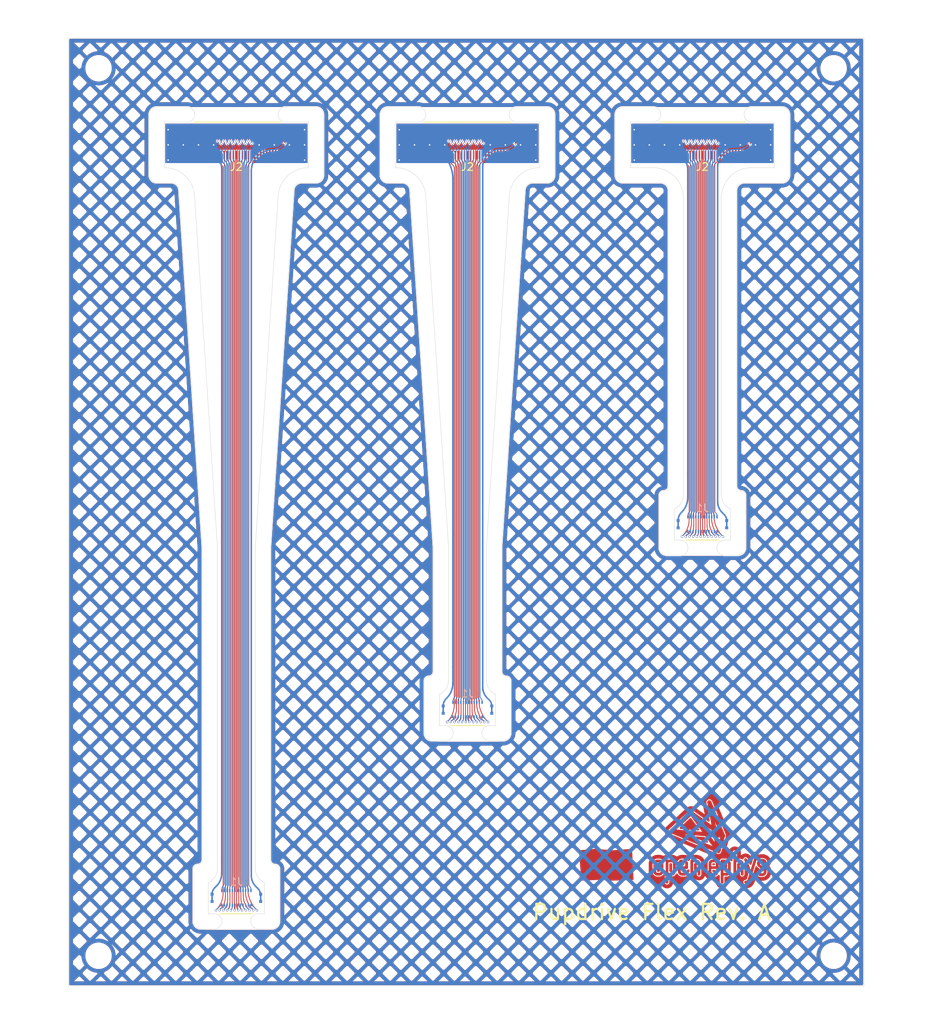
<source format=kicad_pcb>
(kicad_pcb (version 20211014) (generator pcbnew)
  (title_block (title "Pupdrive Flex Connector") (date "2022-03-26") (rev "A") (company "Open Ephys, Inc.") (comment 1 "Jonathan P. Newman"))
  (layers (0 "F.Cu" signal) (31 "B.Cu" signal) (34 "B.Paste" user) (35 "F.Paste" user) (36 "B.SilkS" user "B.Silkscreen") (37 "F.SilkS" user "F.Silkscreen") (38 "B.Mask" user) (39 "F.Mask" user) (44 "Edge.Cuts" user))
  (net 0 "")
  (net 5 "/E12")
  (net 6 "/E24")
  (net 7 "/E11")
  (net 8 "/E23")
  (net 9 "/E10")
  (net 10 "/E22")
  (net 11 "/E9")
  (net 12 "/E21")
  (net 13 "/E8")
  (net 14 "/E20")
  (net 15 "/E7")
  (net 16 "/E19")
  (net 17 "/E6")
  (net 18 "/E18")
  (net 19 "/E5")
  (net 20 "/E17")
  (net 21 "/E4")
  (net 22 "/E16")
  (net 23 "/E3")
  (net 24 "/E15")
  (net 25 "/E2")
  (net 26 "/E14")
  (net 27 "/E1")
  (net 28 "/E13")
  (net 29 "GNDA")
  (net 30 "/REF")
  (footprint "MountingHole:MountingHole_3.2mm_M3_ISO7380" (layer "F.Cu") (at 195.045 152.0825)
    (fp_text reference "REF**" hide)
    (fp_text value "MountingHole_3.2mm_M3_ISO7380")
  )
  (footprint "jonnew:HIROSE_DF40C(2.0)-70DS-0.4V(51)" (layer "F.Cu") (at 177.73 45.185864 180)
    (fp_text reference "J2")
    (fp_text value "Conn_02x35_Odd_Even" hide)
  )
  (footprint "MountingHole:MountingHole_3.2mm_M3_ISO7380" (layer "F.Cu") (at 98.045 35.0825)
    (fp_text reference "REF**" hide)
    (fp_text value "MountingHole_3.2mm_M3_ISO7380")
  )
  (footprint "LOGO" (layer "F.Cu") (at 165.045 140.0825)
    (fp_text reference "G***" hide)
    (fp_text value "LOGO" hide)
  )
  (footprint "jonnew-eagle:OE-LOGO-14X10" (layer "F.Cu") (at 178.045 138.66)
    (fp_text reference "")
    (fp_text value "")
  )
  (footprint "MountingHole:MountingHole_3.2mm_M3_ISO7380" (layer "F.Cu") (at 98.045 152.0825)
    (fp_text reference "REF**" hide)
    (fp_text value "MountingHole_3.2mm_M3_ISO7380")
  )
  (footprint "jonnew:HIROSE_DF40C(2.0)-70DS-0.4V(51)" (layer "F.Cu") (at 116.23 45.185864 180)
    (fp_text reference "J2")
    (fp_text value "Conn_02x35_Odd_Even" hide)
  )
  (footprint "jonnew:HIROSE_DF40C(2.0)-70DS-0.4V(51)" (layer "F.Cu") (at 146.73 45.185864 180)
    (fp_text reference "J2")
    (fp_text value "Conn_02x35_Odd_Even" hide)
  )
  (footprint "MountingHole:MountingHole_3.2mm_M3_ISO7380" (layer "F.Cu") (at 195.045 35.0825)
    (fp_text reference "REF**" hide)
    (fp_text value "MountingHole_3.2mm_M3_ISO7380")
  )
  (footprint "jonnew:MOLEX_5052702412" (layer "B.Cu") (at 177.73 95.185864 180)
    (fp_text reference "J1")
    (fp_text value "Conn_02x12_Odd_Even_4Mech" hide)
  )
  (footprint "jonnew:MOLEX_5052702412" (layer "B.Cu") (at 146.73 119.635865 180)
    (fp_text reference "J1")
    (fp_text value "Conn_02x12_Odd_Even_4Mech" hide)
  )
  (footprint "jonnew:MOLEX_5052702412" (layer "B.Cu") (at 116.23 144.445376 180)
    (fp_text reference "J1")
    (fp_text value "Conn_02x12_Odd_Even_4Mech" hide)
  )
  (gr_line (start 122.045 42.1825) (end 110.645 42.1825) (layer "F.SilkS") (width 0.15))
  (gr_line (start 183.445 42.1825) (end 172.045 42.1825) (layer "F.SilkS") (width 0.15))
  (gr_line (start 179.845 97.285864) (end 175.645 97.2825) (layer "F.SilkS") (width 0.15))
  (gr_line (start 152.445 42.185864) (end 140.945 42.1825) (layer "F.SilkS") (width 0.15))
  (gr_line (start 148.945 121.735865) (end 144.545 121.735865) (layer "F.SilkS") (width 0.15))
  (gr_line (start 118.345 146.545376) (end 114.045 146.545376) (layer "F.SilkS") (width 0.15))
  (gr_line (start 187.23 42.185864) (end 184.23 42.185864) (layer "Edge.Cuts") (width 0.05))
  (gr_arc (start 122.73 42.185864) (mid 121.73 41.185864) (end 122.73 40.185864) (layer "Edge.Cuts") (width 0.05))
  (gr_arc (start 119.13 148.545376) (mid 118.13 147.545376) (end 119.13 146.545376) (layer "Edge.Cuts") (width 0.05))
  (gr_line (start 187.23 48.185864) (end 187.23 42.185864) (layer "Edge.Cuts") (width 0.05))
  (gr_line (start 143.03 121.735865) (end 143.03 117.635865) (layer "Edge.Cuts") (width 0.05))
  (gr_arc (start 189.23 49.185864) (mid 188.937107 49.892971) (end 188.23 50.185864) (layer "Edge.Cuts") (width 0.05))
  (gr_line (start 113.73 140.635864) (end 113.73 98.185864) (layer "Edge.Cuts") (width 0.05))
  (gr_line (start 151.23 114.635865) (end 151.23 112.135865) (layer "Edge.Cuts") (width 0.05))
  (gr_line (start 180.23 52.185864) (end 180.23 91.376352) (layer "Edge.Cuts") (width 0.05))
  (gr_arc (start 107.652893 50.185864) (mid 108.36 50.478757) (end 108.652893 51.185864) (layer "Edge.Cuts") (width 0.05))
  (gr_arc (start 121.33 140.045376) (mid 121.754264 140.221112) (end 121.93 140.645376) (layer "Edge.Cuts") (width 0.05))
  (gr_line (start 104.73 48.185864) (end 104.73 49.185864) (layer "Edge.Cuts") (width 0.05))
  (gr_arc (start 151.83 115.235865) (mid 152.254264 115.411601) (end 152.43 115.835865) (layer "Edge.Cuts") (width 0.05))
  (gr_line (start 142.23 98.185864) (end 139.152893 51.185864) (layer "Edge.Cuts") (width 0.05))
  (gr_line (start 112.529999 146.545375) (end 113.329999 146.545375) (layer "Edge.Cuts") (width 0.05))
  (gr_line (start 140.23 42.185864) (end 137.23 42.185864) (layer "Edge.Cuts") (width 0.05))
  (gr_line (start 188.23 40.185864) (end 184.23 40.185864) (layer "Edge.Cuts") (width 0.05))
  (gr_arc (start 167.23 50.185864) (mid 166.522893 49.892971) (end 166.23 49.185864) (layer "Edge.Cuts") (width 0.05))
  (gr_line (start 166.23 48.185864) (end 166.23 49.185864) (layer "Edge.Cuts") (width 0.05))
  (gr_line (start 127.73 48.185864) (end 127.73 49.185864) (layer "Edge.Cuts") (width 0.05))
  (gr_line (start 183.43 98.285864) (end 183.43 93.185864) (layer "Edge.Cuts") (width 0.05))
  (gr_line (start 158.23 48.185864) (end 158.23 41.185864) (layer "Edge.Cuts") (width 0.05))
  (gr_line (start 109.73 42.185864) (end 106.73 42.185864) (layer "Edge.Cuts") (width 0.05))
  (gr_arc (start 140.23 40.185864) (mid 141.23 41.185864) (end 140.23 42.185864) (layer "Edge.Cuts") (width 0.05))
  (gr_arc (start 173.029999 99.285863) (mid 172.322892 98.99297) (end 172.029999 98.285863) (layer "Edge.Cuts") (width 0.05))
  (gr_arc (start 172.03 91.385864) (mid 172.205736 90.9616) (end 172.63 90.785864) (layer "Edge.Cuts") (width 0.05))
  (gr_line (start 149.63 121.735865) (end 150.43 121.735865) (layer "Edge.Cuts") (width 0.05))
  (gr_line (start 167.237107 50.185864) (end 172.23 50.185864) (layer "Edge.Cuts") (width 0.05))
  (gr_arc (start 171.23 40.185864) (mid 172.23 41.185864) (end 171.23 42.185864) (layer "Edge.Cuts") (width 0.05))
  (gr_arc (start 121.73 52.185864) (mid 122.901573 49.357437) (end 125.73 48.185864) (layer "Edge.Cuts") (width 0.05))
  (gr_line (start 172.03 93.185864) (end 172.029999 98.285863) (layer "Edge.Cuts") (width 0.05))
  (gr_line (start 152.23 52.185864) (end 149.23 98.185864) (layer "Edge.Cuts") (width 0.05))
  (gr_line (start 135.23 41.185864) (end 135.23 48.185864) (layer "Edge.Cuts") (width 0.05))
  (gr_arc (start 113.73 140.635864) (mid 113.384122 141.709144) (end 112.53 142.445376) (layer "Edge.Cuts") (width 0.05))
  (gr_line (start 154.307107 51.185864) (end 151.23 98.185864) (layer "Edge.Cuts") (width 0.05))
  (gr_line (start 183.23 50.185864) (end 188.222893 50.185864) (layer "Edge.Cuts") (width 0.05))
  (gr_arc (start 106.73 48.185864) (mid 109.558427 49.357437) (end 110.73 52.185864) (layer "Edge.Cuts") (width 0.05))
  (gr_line (start 172.03 91.385864) (end 172.03 93.185864) (layer "Edge.Cuts") (width 0.05))
  (gr_line (start 142.029999 123.735864) (end 143.829999 123.735864) (layer "Edge.Cuts") (width 0.05))
  (gr_line (start 149.63 123.735865) (end 151.43 123.735865) (layer "Edge.Cuts") (width 0.05))
  (gr_line (start 121.93 147.545376) (end 121.93 142.445376) (layer "Edge.Cuts") (width 0.05))
  (gr_line (start 156.23 42.185864) (end 153.23 42.185864) (layer "Edge.Cuts") (width 0.05))
  (gr_line (start 174.029999 97.285863) (end 174.829999 97.285863) (layer "Edge.Cuts") (width 0.05))
  (gr_line (start 187.23 48.185864) (end 184.23 48.185864) (layer "Edge.Cuts") (width 0.05))
  (gr_line (start 173.23 51.185864) (end 173.23 87.685864) (layer "Edge.Cuts") (width 0.05))
  (gr_line (start 124.807107 50.185864) (end 126.73 50.185864) (layer "Edge.Cuts") (width 0.05))
  (gr_line (start 156.23 48.185864) (end 156.23 42.185864) (layer "Edge.Cuts") (width 0.05))
  (gr_line (start 155.307107 50.185864) (end 157.23 50.185864) (layer "Edge.Cuts") (width 0.05))
  (gr_line (start 182.23 87.685864) (end 182.23 51.185864) (layer "Edge.Cuts") (width 0.05))
  (gr_line (start 119.13 146.545376) (end 119.93 146.545376) (layer "Edge.Cuts") (width 0.05))
  (gr_line (start 110.53 140.645376) (end 110.53 142.445376) (layer "Edge.Cuts") (width 0.05))
  (gr_line (start 121.93 140.645376) (end 121.93 142.445376) (layer "Edge.Cuts") (width 0.05))
  (gr_arc (start 143.829999 121.735864) (mid 144.829999 122.735864) (end 143.829999 123.735864) (layer "Edge.Cuts") (width 0.05))
  (gr_line (start 137.23 48.185864) (end 137.23 42.185864) (layer "Edge.Cuts") (width 0.05))
  (gr_line (start 144.23 115.826353) (end 144.23 98.185864) (layer "Edge.Cuts") (width 0.05))
  (gr_arc (start 180.63 99.285864) (mid 179.63 98.285864) (end 180.63 97.285864) (layer "Edge.Cuts") (width 0.05))
  (gr_arc (start 135.23 41.185864) (mid 135.522893 40.478757) (end 136.23 40.185864) (layer "Edge.Cuts") (width 0.05))
  (gr_arc (start 152.23 52.185864) (mid 153.401573 49.357437) (end 156.23 48.185864) (layer "Edge.Cuts") (width 0.05))
  (gr_arc (start 144.23 115.826353) (mid 143.884122 116.899633) (end 143.03 117.635865) (layer "Edge.Cuts") (width 0.05))
  (gr_line (start 141.03 117.635865) (end 141.029999 122.735864) (layer "Edge.Cuts") (width 0.05))
  (gr_arc (start 182.83 90.785864) (mid 182.405736 90.610128) (end 182.23 90.185864) (layer "Edge.Cuts") (width 0.05))
  (gr_line (start 173.23 87.685864) (end 173.23 90.185864) (layer "Edge.Cuts") (width 0.05))
  (gr_line (start 149.23 98.185864) (end 149.23 115.826353) (layer "Edge.Cuts") (width 0.05))
  (gr_line (start 111.73 136.945376) (end 111.73 139.445376) (layer "Edge.Cuts") (width 0.05))
  (gr_line (start 109.73 40.185864) (end 105.73 40.185864) (layer "Edge.Cuts") (width 0.05))
  (gr_line (start 136.237107 50.185864) (end 138.152893 50.185864) (layer "Edge.Cuts") (width 0.05))
  (gr_line (start 189.23 48.185864) (end 189.23 41.185864) (layer "Edge.Cuts") (width 0.05))
  (gr_arc (start 150.43 117.635865) (mid 149.575878 116.899633) (end 149.23 115.826353) (layer "Edge.Cuts") (width 0.05))
  (gr_arc (start 180.23 52.185864) (mid 181.401573 49.357437) (end 184.23 48.185864) (layer "Edge.Cuts") (width 0.05))
  (gr_arc (start 173.23 90.185864) (mid 173.054264 90.610128) (end 172.63 90.785864) (layer "Edge.Cuts") (width 0.05))
  (gr_line (start 181.43 93.185864) (end 181.43 97.285864) (layer "Edge.Cuts") (width 0.05))
  (gr_arc (start 121.93 147.545376) (mid 121.637107 148.252483) (end 120.93 148.545376) (layer "Edge.Cuts") (width 0.05))
  (gr_line (start 121.73 52.185864) (end 118.73 98.185864) (layer "Edge.Cuts") (width 0.05))
  (gr_line (start 152.43 122.735865) (end 152.43 117.635865) (layer "Edge.Cuts") (width 0.05))
  (gr_arc (start 127.73 49.185864) (mid 127.437107 49.892971) (end 126.73 50.185864) (layer "Edge.Cuts") (width 0.05))
  (gr_line (start 125.73 42.185864) (end 122.73 42.185864) (layer "Edge.Cuts") (width 0.05))
  (gr_line (start 189.23 48.185864) (end 189.23 49.185864) (layer "Edge.Cuts") (width 0.05))
  (gr_line (start 120.73 139.445376) (end 120.73 136.945376) (layer "Edge.Cuts") (width 0.05))
  (gr_arc (start 183.43 98.285864) (mid 183.137107 98.992971) (end 182.43 99.285864) (layer "Edge.Cuts") (width 0.05))
  (gr_line (start 112.53 146.545376) (end 112.53 142.445376) (layer "Edge.Cuts") (width 0.05))
  (gr_line (start 166.23 41.185864) (end 166.23 48.185864) (layer "Edge.Cuts") (width 0.05))
  (gr_arc (start 142.029999 123.735864) (mid 141.322892 123.442971) (end 141.029999 122.735864) (layer "Edge.Cuts") (width 0.05))
  (gr_arc (start 175.23 91.376352) (mid 174.884122 92.449632) (end 174.03 93.185864) (layer "Edge.Cuts") (width 0.05))
  (gr_line (start 123.807107 51.185864) (end 120.73 98.185864) (layer "Edge.Cuts") (width 0.05))
  (gr_line (start 119.13 148.545376) (end 120.93 148.545376) (layer "Edge.Cuts") (width 0.05))
  (gr_arc (start 111.529999 148.545375) (mid 110.822892 148.252482) (end 110.529999 147.545375) (layer "Edge.Cuts") (width 0.05))
  (gr_arc (start 138.152893 50.185864) (mid 138.86 50.478757) (end 139.152893 51.185864) (layer "Edge.Cuts") (width 0.05))
  (gr_arc (start 141.03 115.835865) (mid 141.205736 115.411601) (end 141.63 115.235865) (layer "Edge.Cuts") (width 0.05))
  (gr_line (start 180.63 97.285864) (end 181.43 97.285864) (layer "Edge.Cuts") (width 0.05))
  (gr_line (start 125.73 48.185864) (end 125.73 42.185864) (layer "Edge.Cuts") (width 0.05))
  (gr_line (start 113.73 98.185864) (end 110.73 52.185864) (layer "Edge.Cuts") (width 0.05))
  (gr_arc (start 110.53 140.645376) (mid 110.705736 140.221112) (end 111.13 140.045376) (layer "Edge.Cuts") (width 0.05))
  (gr_arc (start 113.329999 146.545375) (mid 114.329999 147.545375) (end 113.329999 148.545375) (layer "Edge.Cuts") (width 0.05))
  (gr_arc (start 142.23 114.635865) (mid 142.054264 115.060129) (end 141.63 115.235865) (layer "Edge.Cuts") (width 0.05))
  (gr_arc (start 153.23 42.185864) (mid 152.23 41.185864) (end 153.23 40.185864) (layer "Edge.Cuts") (width 0.05))
  (gr_line (start 111.529999 148.545375) (end 113.329999 148.545375) (layer "Edge.Cuts") (width 0.05))
  (gr_arc (start 111.73 139.445376) (mid 111.554264 139.86964) (end 111.13 140.045376) (layer "Edge.Cuts") (width 0.05))
  (gr_line (start 157.23 40.185864) (end 153.23 40.185864) (layer "Edge.Cuts") (width 0.05))
  (gr_arc (start 151.83 115.235865) (mid 151.405736 115.060129) (end 151.23 114.635865) (layer "Edge.Cuts") (width 0.05))
  (gr_rect (start 94.045 31.0825) (end 199.045 156.0825) (layer "Edge.Cuts") (width 0.05) (fill none))
  (gr_line (start 142.23 98.185864) (end 142.23 112.135865) (layer "Edge.Cuts") (width 0.05))
  (gr_arc (start 182.23 51.185864) (mid 182.522893 50.478757) (end 183.23 50.185864) (layer "Edge.Cuts") (width 0.05))
  (gr_arc (start 174.829999 97.285863) (mid 175.829999 98.285863) (end 174.829999 99.285863) (layer "Edge.Cuts") (width 0.05))
  (gr_arc (start 157.23 40.185864) (mid 157.937107 40.478757) (end 158.23 41.185864) (layer "Edge.Cuts") (width 0.05))
  (gr_line (start 119.93 142.445376) (end 119.93 146.545376) (layer "Edge.Cuts") (width 0.05))
  (gr_line (start 120.73 136.945376) (end 120.73 98.185864) (layer "Edge.Cuts") (width 0.05))
  (gr_arc (start 182.83 90.785864) (mid 183.254264 90.9616) (end 183.43 91.385864) (layer "Edge.Cuts") (width 0.05))
  (gr_arc (start 171.23 48.185864) (mid 174.058427 49.357437) (end 175.23 52.185864) (layer "Edge.Cuts") (width 0.05))
  (gr_line (start 140.23 40.185864) (end 136.23 40.185864) (layer "Edge.Cuts") (width 0.05))
  (gr_line (start 143.029999 121.735864) (end 143.829999 121.735864) (layer "Edge.Cuts") (width 0.05))
  (gr_line (start 183.43 91.385864) (end 183.43 93.185864) (layer "Edge.Cuts") (width 0.05))
  (gr_line (start 173.029999 99.285863) (end 174.829999 99.285863) (layer "Edge.Cuts") (width 0.05))
  (gr_line (start 150.43 117.635865) (end 150.43 121.735865) (layer "Edge.Cuts") (width 0.05))
  (gr_arc (start 158.23 49.185864) (mid 157.937107 49.892971) (end 157.23 50.185864) (layer "Edge.Cuts") (width 0.05))
  (gr_line (start 175.23 91.376352) (end 175.23 52.185864) (layer "Edge.Cuts") (width 0.05))
  (gr_line (start 111.73 98.185864) (end 108.652893 51.185864) (layer "Edge.Cuts") (width 0.05))
  (gr_line (start 171.23 40.185864) (end 167.23 40.185864) (layer "Edge.Cuts") (width 0.05))
  (gr_line (start 111.73 98.185864) (end 111.73 136.945376) (layer "Edge.Cuts") (width 0.05))
  (gr_line (start 110.53 142.445376) (end 110.529999 147.545375) (layer "Edge.Cuts") (width 0.05))
  (gr_arc (start 172.23 50.185864) (mid 172.937107 50.478757) (end 173.23 51.185864) (layer "Edge.Cuts") (width 0.05))
  (gr_arc (start 149.63 123.735865) (mid 148.63 122.735865) (end 149.63 121.735865) (layer "Edge.Cuts") (width 0.05))
  (gr_line (start 142.23 112.135865) (end 142.23 114.635865) (layer "Edge.Cuts") (width 0.05))
  (gr_line (start 127.73 48.185864) (end 127.73 41.185864) (layer "Edge.Cuts") (width 0.05))
  (gr_line (start 126.73 40.185864) (end 122.73 40.185864) (layer "Edge.Cuts") (width 0.05))
  (gr_line (start 141.03 115.835865) (end 141.03 117.635865) (layer "Edge.Cuts") (width 0.05))
  (gr_arc (start 188.23 40.185864) (mid 188.937107 40.478757) (end 189.23 41.185864) (layer "Edge.Cuts") (width 0.05))
  (gr_arc (start 119.93 142.445376) (mid 119.075878 141.709144) (end 118.73 140.635864) (layer "Edge.Cuts") (width 0.05))
  (gr_arc (start 181.43 93.185864) (mid 180.575878 92.449632) (end 180.23 91.376352) (layer "Edge.Cuts") (width 0.05))
  (gr_arc (start 166.23 41.185864) (mid 166.522893 40.478757) (end 167.23 40.185864) (layer "Edge.Cuts") (width 0.05))
  (gr_line (start 168.23 48.185864) (end 168.23 42.185864) (layer "Edge.Cuts") (width 0.05))
  (gr_arc (start 121.33 140.045376) (mid 120.905736 139.86964) (end 120.73 139.445376) (layer "Edge.Cuts") (width 0.05))
  (gr_line (start 171.23 42.185864) (end 168.23 42.185864) (layer "Edge.Cuts") (width 0.05))
  (gr_line (start 144.23 98.185864) (end 141.23 52.185864) (layer "Edge.Cuts") (width 0.05))
  (gr_line (start 118.73 98.185864) (end 118.73 140.635864) (layer "Edge.Cuts") (width 0.05))
  (gr_line (start 174.03 97.285864) (end 174.03 93.185864) (layer "Edge.Cuts") (width 0.05))
  (gr_arc (start 152.43 122.735865) (mid 152.137107 123.442972) (end 151.43 123.735865) (layer "Edge.Cuts") (width 0.05))
  (gr_line (start 180.63 99.285864) (end 182.43 99.285864) (layer "Edge.Cuts") (width 0.05))
  (gr_line (start 135.23 48.185864) (end 135.23 49.185864) (layer "Edge.Cuts") (width 0.05))
  (gr_arc (start 126.73 40.185864) (mid 127.437107 40.478757) (end 127.73 41.185864) (layer "Edge.Cuts") (width 0.05))
  (gr_line (start 171.23 48.185864) (end 168.23 48.185864) (layer "Edge.Cuts") (width 0.05))
  (gr_line (start 152.43 115.835865) (end 152.43 117.635865) (layer "Edge.Cuts") (width 0.05))
  (gr_line (start 105.737107 50.185864) (end 107.652893 50.185864) (layer "Edge.Cuts") (width 0.05))
  (gr_line (start 104.73 41.185864) (end 104.73 48.185864) (layer "Edge.Cuts") (width 0.05))
  (gr_arc (start 123.807107 51.185864) (mid 124.1 50.478757) (end 124.807107 50.185864) (layer "Edge.Cuts") (width 0.05))
  (gr_line (start 151.23 112.135865) (end 151.23 98.185864) (layer "Edge.Cuts") (width 0.05))
  (gr_line (start 182.23 90.185864) (end 182.23 87.685864) (layer "Edge.Cuts") (width 0.05))
  (gr_line (start 158.23 48.185864) (end 158.23 49.185864) (layer "Edge.Cuts") (width 0.05))
  (gr_arc (start 104.73 41.185864) (mid 105.022893 40.478757) (end 105.73 40.185864) (layer "Edge.Cuts") (width 0.05))
  (gr_arc (start 137.23 48.185864) (mid 140.058427 49.357437) (end 141.23 52.185864) (layer "Edge.Cuts") (width 0.05))
  (gr_arc (start 109.73 40.185864) (mid 110.73 41.185864) (end 109.73 42.185864) (layer "Edge.Cuts") (width 0.05))
  (gr_arc (start 105.73 50.185864) (mid 105.022893 49.892971) (end 104.73 49.185864) (layer "Edge.Cuts") (width 0.05))
  (gr_arc (start 154.307107 51.185864) (mid 154.6 50.478757) (end 155.307107 50.185864) (layer "Edge.Cuts") (width 0.05))
  (gr_line (start 106.73 48.185864) (end 106.73 42.185864) (layer "Edge.Cuts") (width 0.05))
  (gr_arc (start 136.23 50.185864) (mid 135.522893 49.892971) (end 135.23 49.185864) (layer "Edge.Cuts") (width 0.05))
  (gr_arc (start 184.23 42.185864) (mid 183.23 41.185864) (end 184.23 40.185864) (layer "Edge.Cuts") (width 0.05))
  (gr_text "Pupdrive Flex Rev. A" (at 171.045 146.333384) (layer "F.SilkS") (effects (font (size 2 2) (thickness 0.3))))
  (segment (start 118.03 47.565864) (end 117.968345 47.627519) (width 0.1016) (layer "F.Cu") (net 5))
  (segment (start 148.235 118.409888) (end 148.235 48.190864) (width 0.1016) (layer "F.Cu") (net 5))
  (segment (start 148.73 47.083022) (end 148.73 46.505864) (width 0.1016) (layer "F.Cu") (net 5))
  (segment (start 179.235 93.959887) (end 179.235 48.190864) (width 0.1016) (layer "F.Cu") (net 5))
  (segment (start 118.897274 146.025375) (end 118.947274 146.075376) (width 0.1016) (layer "F.Cu") (net 5))
  (segment (start 117.735 48.190864) (end 117.735 143.219399) (width 0.1016) (layer "F.Cu") (net 5))
  (segment (start 179.73 46.505864) (end 179.73 47.083022) (width 0.1016) (layer "F.Cu") (net 5))
  (segment (start 118.23 46.505864) (end 118.23 47.083022) (width 0.1016) (layer "F.Cu") (net 5))
  (segment (start 149.447274 121.265865) (end 149.397274 121.215864) (width 0.1016) (layer "F.Cu") (net 5))
  (segment (start 148.468345 47.627519) (end 148.53 47.565864) (width 0.1016) (layer "F.Cu") (net 5))
  (segment (start 180.447274 96.815864) (end 180.397274 96.765863) (width 0.1016) (layer "F.Cu") (net 5))
  (segment (start 179.53 47.565864) (end 179.468345 47.627519) (width 0.1016) (layer "F.Cu") (net 5))
  (via (at 149.447274 121.265865) (size 0.3) (drill 0.2) (layers "F.Cu" "B.Cu") (net 5))
  (via (at 180.447274 96.815864) (size 0.3) (drill 0.2) (layers "F.Cu" "B.Cu") (net 5))
  (via (at 118.947274 146.075376) (size 0.3) (drill 0.2) (layers "F.Cu" "B.Cu") (net 5))
  (arc (start 179.73 47.083022) (mid 179.678022 47.344334) (end 179.53 47.565864) (width 0.1016) (layer "F.Cu") (net 5))
  (arc (start 117.968345 47.627519) (mid 117.795644 47.885984) (end 117.735 48.190864) (width 0.1016) (layer "F.Cu") (net 5))
  (arc (start 179.468345 47.627519) (mid 179.295644 47.885984) (end 179.235 48.190864) (width 0.1016) (layer "F.Cu") (net 5))
  (arc (start 149.397274 121.215864) (mid 148.537065 119.928472) (end 148.235 118.409888) (width 0.1016) (layer "F.Cu") (net 5))
  (arc (start 180.397274 96.765863) (mid 179.537065 95.478471) (end 179.235 93.959887) (width 0.1016) (layer "F.Cu") (net 5))
  (arc (start 148.235 48.190864) (mid 148.295644 47.885984) (end 148.468345 47.627519) (width 0.1016) (layer "F.Cu") (net 5))
  (arc (start 118.23 47.083022) (mid 118.178022 47.344334) (end 118.03 47.565864) (width 0.1016) (layer "F.Cu") (net 5))
  (arc (start 148.53 47.565864) (mid 148.678022 47.344334) (end 148.73 47.083022) (width 0.1016) (layer "F.Cu") (net 5))
  (arc (start 117.735 143.219399) (mid 118.037065 144.737983) (end 118.897274 146.025375) (width 0.1016) (layer "F.Cu") (net 5))
  (segment (start 179.846663 96.215254) (end 180.447274 96.815864) (width 0.1016) (layer "B.Cu") (net 5))
  (segment (start 118.346663 145.474766) (end 118.947274 146.075376) (width 0.1016) (layer "B.Cu") (net 5))
  (segment (start 148.846663 120.665255) (end 149.447274 121.265865) (width 0.1016) (layer "B.Cu") (net 5))
  (arc (start 118.155 145.395376) (mid 118.258727 145.416009) (end 118.346663 145.474766) (width 0.1016) (layer "B.Cu") (net 5))
  (arc (start 179.655 96.135864) (mid 179.758727 96.156497) (end 179.846663 96.215254) (width 0.1016) (layer "B.Cu") (net 5))
  (arc (start 148.655 120.585865) (mid 148.758727 120.606498) (end 148.846663 120.665255) (width 0.1016) (layer "B.Cu") (net 5))
  (segment (start 118.23 43.865864) (end 118.23 44.985864) (width 0.1016) (layer "F.Cu") (net 6))
  (segment (start 148.73 43.865864) (end 148.73 44.985864) (width 0.1016) (layer "F.Cu") (net 6))
  (segment (start 179.73 43.865864) (end 179.73 44.985864) (width 0.1016) (layer "F.Cu") (net 6))
  (via (at 179.73 44.985864) (size 0.3) (drill 0.2) (layers "F.Cu" "B.Cu") (net 6))
  (via (at 118.23 44.985864) (size 0.3) (drill 0.2) (layers "F.Cu" "B.Cu") (net 6))
  (via (at 148.73 44.985864) (size 0.3) (drill 0.2) (layers "F.Cu" "B.Cu") (net 6))
  (segment (start 179.73 44.985864) (end 179.73 45.197164) (width 0.1016) (layer "B.Cu") (net 6))
  (segment (start 117.885 142.654887) (end 117.885 46.030067) (width 0.1016) (layer "B.Cu") (net 6))
  (segment (start 179.385 46.030067) (end 179.385 93.395375) (width 0.1016) (layer "B.Cu") (net 6))
  (segment (start 179.655 94.235864) (end 179.655 94.010864) (width 0.1016) (layer "B.Cu") (net 6))
  (segment (start 148.73 45.197164) (end 148.73 44.985864) (width 0.1016) (layer "B.Cu") (net 6))
  (segment (start 118.155 143.495376) (end 118.155 143.270376) (width 0.1016) (layer "B.Cu") (net 6))
  (segment (start 118.23 45.197164) (end 118.23 44.985864) (width 0.1016) (layer "B.Cu") (net 6))
  (segment (start 148.655 118.685865) (end 148.655 118.460865) (width 0.1016) (layer "B.Cu") (net 6))
  (segment (start 148.385 117.845376) (end 148.385 46.030067) (width 0.1016) (layer "B.Cu") (net 6))
  (arc (start 179.54 45.655864) (mid 179.425283 45.827549) (end 179.385 46.030067) (width 0.1016) (layer "B.Cu") (net 6))
  (arc (start 179.525 93.733364) (mid 179.621215 93.877359) (end 179.655 94.047211) (width 0.1016) (layer "B.Cu") (net 6))
  (arc (start 148.54 45.655864) (mid 148.680621 45.44541) (end 148.73 45.197164) (width 0.1016) (layer "B.Cu") (net 6))
  (arc (start 148.525 118.183365) (mid 148.421385 118.028295) (end 148.385 117.845376) (width 0.1016) (layer "B.Cu") (net 6))
  (arc (start 118.155 143.306723) (mid 118.121215 143.136871) (end 118.025 142.992876) (width 0.1016) (layer "B.Cu") (net 6))
  (arc (start 148.655 118.497212) (mid 148.621215 118.32736) (end 148.525 118.183365) (width 0.1016) (layer "B.Cu") (net 6))
  (arc (start 148.385 46.030067) (mid 148.425283 45.827549) (end 148.54 45.655864) (width 0.1016) (layer "B.Cu") (net 6))
  (arc (start 118.025 142.992876) (mid 117.921385 142.837806) (end 117.885 142.654887) (width 0.1016) (layer "B.Cu") (net 6))
  (arc (start 179.385 93.395375) (mid 179.421385 93.578294) (end 179.525 93.733364) (width 0.1016) (layer "B.Cu") (net 6))
  (arc (start 118.04 45.655864) (mid 118.180621 45.44541) (end 118.23 45.197164) (width 0.1016) (layer "B.Cu") (net 6))
  (arc (start 179.73 45.197164) (mid 179.680621 45.44541) (end 179.54 45.655864) (width 0.1016) (layer "B.Cu") (net 6))
  (arc (start 117.885 46.030067) (mid 117.925283 45.827549) (end 118.04 45.655864) (width 0.1016) (layer "B.Cu") (net 6))
  (segment (start 117.435 143.611783) (end 117.435 48.064919) (width 0.1016) (layer "F.Cu") (net 7))
  (segment (start 117.83 47.111306) (end 117.83 46.505864) (width 0.1016) (layer "F.Cu") (net 7))
  (segment (start 147.935 48.064919) (end 147.935 118.802272) (width 0.1016) (layer "F.Cu") (net 7))
  (segment (start 178.935 48.064919) (end 178.935 94.352271) (width 0.1016) (layer "F.Cu") (net 7))
  (segment (start 148.33 46.505864) (end 148.33 47.111306) (width 0.1016) (layer "F.Cu") (net 7))
  (segment (start 179.33 46.505864) (end 179.33 47.111306) (width 0.1016) (layer "F.Cu") (net 7))
  (via (at 148.955454 121.265865) (size 0.3) (drill 0.2) (layers "F.Cu" "B.Cu") (net 7))
  (via (at 118.455454 146.075376) (size 0.3) (drill 0.2) (layers "F.Cu" "B.Cu") (net 7))
  (via (at 179.955454 96.815864) (size 0.3) (drill 0.2) (layers "F.Cu" "B.Cu") (net 7))
  (arc (start 179.15 47.545864) (mid 178.990877 47.784008) (end 178.935 48.064919) (width 0.1016) (layer "F.Cu") (net 7))
  (arc (start 148.15 47.545864) (mid 147.990877 47.784008) (end 147.935 48.064919) (width 0.1016) (layer "F.Cu") (net 7))
  (arc (start 117.65 47.545864) (mid 117.78322 47.346487) (end 117.83 47.111306) (width 0.1016) (layer "F.Cu") (net 7))
  (arc (start 179.33 47.111306) (mid 179.28322 47.346487) (end 179.15 47.545864) (width 0.1016) (layer "F.Cu") (net 7))
  (arc (start 148.33 47.111306) (mid 148.28322 47.346487) (end 148.15 47.545864) (width 0.1016) (layer "F.Cu") (net 7))
  (arc (start 118.455454 146.075376) (mid 117.700208 144.94507) (end 117.435 143.611783) (width 0.1016) (layer "F.Cu") (net 7))
  (arc (start 178.935 94.352271) (mid 179.200208 95.685558) (end 179.955454 96.815864) (width 0.1016) (layer "F.Cu") (net 7))
  (arc (start 117.435 48.064919) (mid 117.490877 47.784008) (end 117.65 47.545864) (width 0.1016) (layer "F.Cu") (net 7))
  (arc (start 147.935 118.802272) (mid 148.200208 120.135559) (end 148.955454 121.265865) (width 0.1016) (layer "F.Cu") (net 7))
  (segment (start 118.397439 145.935314) (end 118.355 145.892876) (width 0.1016) (layer "B.Cu") (net 7))
  (segment (start 118.323995 145.861871) (end 118.355 145.892876) (width 0.1016) (layer "B.Cu") (net 7))
  (segment (start 118.06571 145.762876) (end 118.085 145.762876) (width 0.1016) (layer "B.Cu") (net 7))
  (segment (start 148.430511 120.888877) (end 148.445 120.903365) (width 0.1016) (layer "B.Cu") (net 7))
  (segment (start 179.823995 96.602359) (end 179.855 96.633364) (width 0.1016) (layer "B.Cu") (net 7))
  (segment (start 117.930511 145.698388) (end 117.945 145.712876) (width 0.1016) (layer "B.Cu") (net 7))
  (segment (start 179.430511 96.438876) (end 179.445 96.453364) (width 0.1016) (layer "B.Cu") (net 7))
  (segment (start 148.823995 121.05236) (end 148.855 121.083365) (width 0.1016) (layer "B.Cu") (net 7))
  (segment (start 179.56571 96.503364) (end 179.585 96.503364) (width 0.1016) (layer "B.Cu") (net 7))
  (segment (start 148.897439 121.125803) (end 148.855 121.083365) (width 0.1016) (layer "B.Cu") (net 7))
  (segment (start 179.897439 96.675802) (end 179.855 96.633364) (width 0.1016) (layer "B.Cu") (net 7))
  (segment (start 148.56571 120.953365) (end 148.585 120.953365) (width 0.1016) (layer "B.Cu") (net 7))
  (arc (start 148.305 120.585865) (mid 148.337619 120.749854) (end 148.430511 120.888877) (width 0.1016) (layer "B.Cu") (net 7))
  (arc (start 148.445 120.903365) (mid 148.500381 120.94037) (end 148.56571 120.953365) (width 0.1016) (layer "B.Cu") (net 7))
  (arc (start 118.455454 146.075376) (mid 118.440376 145.999575) (end 118.397439 145.935314) (width 0.1016) (layer "B.Cu") (net 7))
  (arc (start 179.445 96.453364) (mid 179.500381 96.490369) (end 179.56571 96.503364) (width 0.1016) (layer "B.Cu") (net 7))
  (arc (start 117.945 145.712876) (mid 118.000381 145.749881) (end 118.06571 145.762876) (width 0.1016) (layer "B.Cu") (net 7))
  (arc (start 148.955454 121.265865) (mid 148.940376 121.190064) (end 148.897439 121.125803) (width 0.1016) (layer "B.Cu") (net 7))
  (arc (start 179.955454 96.815864) (mid 179.940376 96.740063) (end 179.897439 96.675802) (width 0.1016) (layer "B.Cu") (net 7))
  (arc (start 117.805 145.395376) (mid 117.837619 145.559365) (end 117.930511 145.698388) (width 0.1016) (layer "B.Cu") (net 7))
  (arc (start 179.585 96.503364) (mid 179.714343 96.529092) (end 179.823995 96.602359) (width 0.1016) (layer "B.Cu") (net 7))
  (arc (start 118.085 145.762876) (mid 118.214343 145.788604) (end 118.323995 145.861871) (width 0.1016) (layer "B.Cu") (net 7))
  (arc (start 179.305 96.135864) (mid 179.337619 96.299853) (end 179.430511 96.438876) (width 0.1016) (layer "B.Cu") (net 7))
  (arc (start 148.585 120.953365) (mid 148.714343 120.979093) (end 148.823995 121.05236) (width 0.1016) (layer "B.Cu") (net 7))
  (segment (start 148.33 43.865864) (end 148.33 44.685864) (width 0.1016) (layer "F.Cu") (net 8))
  (segment (start 117.83 43.865864) (end 117.83 44.685864) (width 0.1016) (layer "F.Cu") (net 8))
  (segment (start 179.33 43.865864) (end 179.33 44.685864) (width 0.1016) (layer "F.Cu") (net 8))
  (via (at 179.33 44.685864) (size 0.3) (drill 0.2) (layers "F.Cu" "B.Cu") (net 8))
  (via (at 117.83 44.685864) (size 0.3) (drill 0.2) (layers "F.Cu" "B.Cu") (net 8))
  (via (at 148.33 44.685864) (size 0.3) (drill 0.2) (layers "F.Cu" "B.Cu") (net 8))
  (segment (start 148.085 117.453365) (end 148.085 117.93366) (width 0.1016) (layer "B.Cu") (net 8))
  (segment (start 117.805 143.495376) (end 117.805 143.274297) (width 0.1016) (layer "B.Cu") (net 8))
  (segment (start 179.085 93.483659) (end 179.085 93.003364) (width 0.1016) (layer "B.Cu") (net 8))
  (segment (start 148.0828 117.451165) (end 148.085 117.453365) (width 0.1016) (layer "B.Cu") (net 8))
  (segment (start 179.33 44.685864) (end 179.33 45.057875) (width 0.1016) (layer "B.Cu") (net 8))
  (segment (start 179.085 93.003364) (end 179.0828 93.001164) (width 0.1016) (layer "B.Cu") (net 8))
  (segment (start 117.585 142.743171) (end 117.585 142.262876) (width 0.1016) (layer "B.Cu") (net 8))
  (segment (start 148.305 118.464786) (end 148.305 118.685865) (width 0.1016) (layer "B.Cu") (net 8))
  (segment (start 117.585 142.262876) (end 117.5828 142.260676) (width 0.1016) (layer "B.Cu") (net 8))
  (segment (start 179.0828 93.001164) (end 179.0828 45.654667) (width 0.1016) (layer "B.Cu") (net 8))
  (segment (start 179.305 94.235864) (end 179.305 94.014785) (width 0.1016) (layer "B.Cu") (net 8))
  (segment (start 117.5828 142.260676) (end 117.5828 45.654667) (width 0.1016) (layer "B.Cu") (net 8))
  (segment (start 117.83 45.057875) (end 117.83 44.685864) (width 0.1016) (layer "B.Cu") (net 8))
  (segment (start 148.33 44.685864) (end 148.33 45.057875) (width 0.1016) (layer "B.Cu") (net 8))
  (segment (start 148.0828 45.654667) (end 148.0828 117.451165) (width 0.1016) (layer "B.Cu") (net 8))
  (arc (start 179.205 93.773364) (mid 179.116187 93.640447) (end 179.085 93.483659) (width 0.1016) (layer "B.Cu") (net 8))
  (arc (start 179.19 45.395864) (mid 179.110661 45.514603) (end 179.0828 45.654667) (width 0.1016) (layer "B.Cu") (net 8))
  (arc (start 179.33 45.057875) (mid 179.293615 45.240793) (end 179.19 45.395864) (width 0.1016) (layer "B.Cu") (net 8))
  (arc (start 148.19 45.395864) (mid 148.110661 45.514603) (end 148.0828 45.654667) (width 0.1016) (layer "B.Cu") (net 8))
  (arc (start 179.305 94.014785) (mid 179.279011 93.884129) (end 179.205 93.773364) (width 0.1016) (layer "B.Cu") (net 8))
  (arc (start 117.69 45.395864) (mid 117.793615 45.240793) (end 117.83 45.057875) (width 0.1016) (layer "B.Cu") (net 8))
  (arc (start 117.5828 45.654667) (mid 117.610661 45.514603) (end 117.69 45.395864) (width 0.1016) (layer "B.Cu") (net 8))
  (arc (start 148.33 45.057875) (mid 148.293615 45.240793) (end 148.19 45.395864) (width 0.1016) (layer "B.Cu") (net 8))
  (arc (start 148.205 118.223365) (mid 148.279011 118.33413) (end 148.305 118.464786) (width 0.1016) (layer "B.Cu") (net 8))
  (arc (start 117.705 143.032876) (mid 117.616187 142.899959) (end 117.585 142.743171) (width 0.1016) (layer "B.Cu") (net 8))
  (arc (start 148.085 117.93366) (mid 148.116187 118.090448) (end 148.205 118.223365) (width 0.1016) (layer "B.Cu") (net 8))
  (arc (start 117.805 143.274297) (mid 117.779011 143.143641) (end 117.705 143.032876) (width 0.1016) (layer "B.Cu") (net 8))
  (segment (start 117.913636 146.025375) (end 117.963636 146.075376) (width 0.1016) (layer "F.Cu") (net 9))
  (segment (start 147.93 46.995448) (end 147.93 46.505864) (width 0.1016) (layer "F.Cu") (net 9))
  (segment (start 178.635 47.70764) (end 178.635 94.886071) (width 0.1016) (layer "F.Cu") (net 9))
  (segment (start 178.93 46.505864) (end 178.93 46.995448) (width 0.1016) (layer "F.Cu") (net 9))
  (segment (start 117.135 47.70764) (end 117.135 144.145583) (width 0.1016) (layer "F.Cu") (net 9))
  (segment (start 148.463636 121.265865) (end 148.413636 121.215864) (width 0.1016) (layer "F.Cu") (net 9))
  (segment (start 147.635 119.336072) (end 147.635 47.70764) (width 0.1016) (layer "F.Cu") (net 9))
  (segment (start 117.43 46.505864) (end 117.43 46.995448) (width 0.1016) (layer "F.Cu") (net 9))
  (segment (start 179.413636 96.765863) (end 179.463636 96.815864) (width 0.1016) (layer "F.Cu") (net 9))
  (via (at 117.963636 146.075376) (size 0.3) (drill 0.2) (layers "F.Cu" "B.Cu") (net 9))
  (via (at 179.463636 96.815864) (size 0.3) (drill 0.2) (layers "F.Cu" "B.Cu") (net 9))
  (via (at 148.463636 121.265865) (size 0.3) (drill 0.2) (layers "F.Cu" "B.Cu") (net 9))
  (arc (start 178.635 94.886071) (mid 178.837361 95.903407) (end 179.413636 96.765863) (width 0.1016) (layer "F.Cu") (net 9))
  (arc (start 147.635 47.70764) (mid 147.667487 47.54432) (end 147.76 47.405864) (width 0.1016) (layer "F.Cu") (net 9))
  (arc (start 148.413636 121.215864) (mid 147.837361 120.353408) (end 147.635 119.336072) (width 0.1016) (layer "F.Cu") (net 9))
  (arc (start 147.76 47.405864) (mid 147.885819 47.217563) (end 147.93 46.995448) (width 0.1016) (layer "F.Cu") (net 9))
  (arc (start 178.76 47.405864) (mid 178.667487 47.54432) (end 178.635 47.70764) (width 0.1016) (layer "F.Cu") (net 9))
  (arc (start 178.93 46.995448) (mid 178.885819 47.217563) (end 178.76 47.405864) (width 0.1016) (layer "F.Cu") (net 9))
  (arc (start 117.135 144.145583) (mid 117.337361 145.162919) (end 117.913636 146.025375) (width 0.1016) (layer "F.Cu") (net 9))
  (arc (start 117.43 46.995448) (mid 117.385819 47.217563) (end 117.26 47.405864) (width 0.1016) (layer "F.Cu") (net 9))
  (arc (start 117.26 47.405864) (mid 117.167487 47.54432) (end 117.135 47.70764) (width 0.1016) (layer "F.Cu") (net 9))
  (segment (start 148.076173 120.878401) (end 148.463636 121.265865) (width 0.1016) (layer "B.Cu") (net 9))
  (segment (start 179.076173 96.4284) (end 179.463636 96.815864) (width 0.1016) (layer "B.Cu") (net 9))
  (segment (start 117.576173 145.687912) (end 117.963636 146.075376) (width 0.1016) (layer "B.Cu") (net 9))
  (arc (start 147.955 120.585865) (mid 147.986492 120.744185) (end 148.076173 120.878401) (width 0.1016) (layer "B.Cu") (net 9))
  (arc (start 178.955 96.135864) (mid 178.986492 96.294184) (end 179.076173 96.4284) (width 0.1016) (layer "B.Cu") (net 9))
  (arc (start 117.455 145.395376) (mid 117.486492 145.553696) (end 117.576173 145.687912) (width 0.1016) (layer "B.Cu") (net 9))
  (segment (start 147.93 43.865864) (end 147.93 44.985864) (width 0.1016) (layer "F.Cu") (net 10))
  (segment (start 117.43 43.865864) (end 117.43 44.985864) (width 0.1016) (layer "F.Cu") (net 10))
  (segment (start 178.93 43.865864) (end 178.93 44.985864) (width 0.1016) (layer "F.Cu") (net 10))
  (via (at 117.43 44.985864) (size 0.3) (drill 0.2) (layers "F.Cu" "B.Cu") (net 10))
  (via (at 178.93 44.985864) (size 0.3) (drill 0.2) (layers "F.Cu" "B.Cu") (net 10))
  (via (at 147.93 44.985864) (size 0.3) (drill 0.2) (layers "F.Cu" "B.Cu") (net 10))
  (segment (start 178.93 44.985864) (end 178.93 45.048585) (width 0.1016) (layer "B.Cu") (net 10))
  (segment (start 117.28752 142.865823) (end 117.28752 45.392561) (width 0.1016) (layer "B.Cu") (net 10))
  (segment (start 147.955 118.685865) (end 147.955 118.460644) (width 0.1016) (layer "B.Cu") (net 10))
  (segment (start 117.455 143.495376) (end 117.455 143.270155) (width 0.1016) (layer "B.Cu") (net 10))
  (segment (start 178.78752 93.606311) (end 178.78752 45.392561) (width 0.1016) (layer "B.Cu") (net 10))
  (segment (start 147.78752 118.056312) (end 147.78752 45.392561) (width 0.1016) (layer "B.Cu") (net 10))
  (segment (start 147.93 45.048585) (end 147.93 44.985864) (width 0.1016) (layer "B.Cu") (net 10))
  (segment (start 117.43 45.048585) (end 117.43 44.985864) (width 0.1016) (layer "B.Cu") (net 10))
  (segment (start 178.955 94.235864) (end 178.955 94.010643) (width 0.1016) (layer "B.Cu") (net 10))
  (arc (start 147.865 118.243365) (mid 147.807657 118.157545) (end 147.78752 118.056312) (width 0.1016) (layer "B.Cu") (net 10))
  (arc (start 178.84 45.265864) (mid 178.801159 45.323992) (end 178.78752 45.392561) (width 0.1016) (layer "B.Cu") (net 10))
  (arc (start 117.28752 45.392561) (mid 117.301159 45.323992) (end 117.34 45.265864) (width 0.1016) (layer "B.Cu") (net 10))
  (arc (start 117.455 143.270155) (mid 117.43161 143.152565) (end 117.365 143.052876) (width 0.1016) (layer "B.Cu") (net 10))
  (arc (start 178.93 45.048585) (mid 178.90661 45.166175) (end 178.84 45.265864) (width 0.1016) (layer "B.Cu") (net 10))
  (arc (start 117.34 45.265864) (mid 117.40661 45.166175) (end 117.43 45.048585) (width 0.1016) (layer "B.Cu") (net 10))
  (arc (start 147.84 45.265864) (mid 147.90661 45.166175) (end 147.93 45.048585) (width 0.1016) (layer "B.Cu") (net 10))
  (arc (start 147.78752 45.392561) (mid 147.801159 45.323992) (end 147.84 45.265864) (width 0.1016) (layer "B.Cu") (net 10))
  (arc (start 147.955 118.460644) (mid 147.93161 118.343054) (end 147.865 118.243365) (width 0.1016) (layer "B.Cu") (net 10))
  (arc (start 178.955 94.010643) (mid 178.93161 93.893053) (end 178.865 93.793364) (width 0.1016) (layer "B.Cu") (net 10))
  (arc (start 178.865 93.793364) (mid 178.807657 93.707544) (end 178.78752 93.606311) (width 0.1016) (layer "B.Cu") (net 10))
  (arc (start 117.365 143.052876) (mid 117.307657 142.967056) (end 117.28752 142.865823) (width 0.1016) (layer "B.Cu") (net 10))
  (segment (start 117.03 47.010301) (end 117.03 46.505864) (width 0.1016) (layer "F.Cu") (net 11))
  (segment (start 178.53 46.505864) (end 178.53 47.010301) (width 0.1016) (layer "F.Cu") (net 11))
  (segment (start 147.335 47.481072) (end 147.335 119.799162) (width 0.1016) (layer "F.Cu") (net 11))
  (segment (start 147.921817 121.215865) (end 147.971818 121.265865) (width 0.1016) (layer "F.Cu") (net 11))
  (segment (start 116.835 144.608673) (end 116.835 47.481072) (width 0.1016) (layer "F.Cu") (net 11))
  (segment (start 178.921817 96.765864) (end 178.971818 96.815864) (width 0.1016) (layer "F.Cu") (net 11))
  (segment (start 178.335 47.481072) (end 178.335 95.349161) (width 0.1016) (layer "F.Cu") (net 11))
  (segment (start 147.53 46.505864) (end 147.53 47.010301) (width 0.1016) (layer "F.Cu") (net 11))
  (segment (start 117.471818 146.075376) (end 117.421817 146.025376) (width 0.1016) (layer "F.Cu") (net 11))
  (via (at 117.471818 146.075376) (size 0.3) (drill 0.2) (layers "F.Cu" "B.Cu") (net 11))
  (via (at 147.971818 121.265865) (size 0.3) (drill 0.2) (layers "F.Cu" "B.Cu") (net 11))
  (via (at 178.971818 96.815864) (size 0.3) (drill 0.2) (layers "F.Cu" "B.Cu") (net 11))
  (arc (start 117.421817 146.025376) (mid 116.987509 145.375387) (end 116.835 144.608673) (width 0.1016) (layer "F.Cu") (net 11))
  (arc (start 116.835 47.481072) (mid 116.85709 47.370013) (end 116.92 47.275864) (width 0.1016) (layer "F.Cu") (net 11))
  (arc (start 116.92 47.275864) (mid 117.001412 47.154022) (end 117.03 47.010301) (width 0.1016) (layer "F.Cu") (net 11))
  (arc (start 178.335 95.349161) (mid 178.487509 96.115875) (end 178.921817 96.765864) (width 0.1016) (layer "F.Cu") (net 11))
  (arc (start 147.335 119.799162) (mid 147.487509 120.565876) (end 147.921817 121.215865) (width 0.1016) (layer "F.Cu") (net 11))
  (arc (start 147.42 47.275864) (mid 147.35709 47.370013) (end 147.335 47.481072) (width 0.1016) (layer "F.Cu") (net 11))
  (arc (start 147.53 47.010301) (mid 147.501412 47.154022) (end 147.42 47.275864) (width 0.1016) (layer "F.Cu") (net 11))
  (arc (start 178.42 47.275864) (mid 178.35709 47.370013) (end 178.335 47.481072) (width 0.1016) (layer "F.Cu") (net 11))
  (arc (start 178.53 47.010301) (mid 178.501412 47.154022) (end 178.42 47.275864) (width 0.1016) (layer "F.Cu") (net 11))
  (segment (start 147.826453 121.1205) (end 147.971818 121.265865) (width 0.1016) (layer "B.Cu") (net 11))
  (segment (start 178.826453 96.670499) (end 178.971818 96.815864) (width 0.1016) (layer "B.Cu") (net 11))
  (segment (start 117.326453 145.930011) (end 117.471818 146.075376) (width 0.1016) (layer "B.Cu") (net 11))
  (arc (start 178.605 96.135864) (mid 178.662554 96.425206) (end 178.826453 96.670499) (width 0.1016) (layer "B.Cu") (net 11))
  (arc (start 117.105 145.395376) (mid 117.162554 145.684718) (end 117.326453 145.930011) (width 0.1016) (layer "B.Cu") (net 11))
  (arc (start 147.605 120.585865) (mid 147.662554 120.875207) (end 147.826453 121.1205) (width 0.1016) (layer "B.Cu") (net 11))
  (segment (start 147.53 43.865864) (end 147.53 44.685864) (width 0.1016) (layer "F.Cu") (net 12))
  (segment (start 178.53 43.865864) (end 178.53 44.685864) (width 0.1016) (layer "F.Cu") (net 12))
  (segment (start 117.03 43.865864) (end 117.03 44.685864) (width 0.1016) (layer "F.Cu") (net 12))
  (via (at 147.53 44.685864) (size 0.3) (drill 0.2) (layers "F.Cu" "B.Cu") (net 12))
  (via (at 178.53 44.685864) (size 0.3) (drill 0.2) (layers "F.Cu" "B.Cu") (net 12))
  (via (at 117.03 44.685864) (size 0.3) (drill 0.2) (layers "F.Cu" "B.Cu") (net 12))
  (segment (start 147.49224 118.114276) (end 147.49224 44.723624) (width 0.1016) (layer "B.Cu") (net 12))
  (segment (start 116.99224 142.923787) (end 116.99224 44.723624) (width 0.1016) (layer "B.Cu") (net 12))
  (segment (start 178.605 94.235864) (end 178.605 93.936501) (width 0.1016) (layer "B.Cu") (net 12))
  (segment (start 147.605 118.685865) (end 147.605 118.386502) (width 0.1016) (layer "B.Cu") (net 12))
  (segment (start 117.105 143.495376) (end 117.105 143.196013) (width 0.1016) (layer "B.Cu") (net 12))
  (segment (start 116.99224 44.723624) (end 117.03 44.685864) (width 0.1016) (layer "B.Cu") (net 12))
  (segment (start 147.49224 44.723624) (end 147.53 44.685864) (width 0.1016) (layer "B.Cu") (net 12))
  (segment (start 178.49224 93.664275) (end 178.49224 44.777024) (width 0.1016) (layer "B.Cu") (net 12))
  (arc (start 117.025 143.002876) (mid 117.000755 142.96659) (end 116.99224 142.923787) (width 0.1016) (layer "B.Cu") (net 12))
  (arc (start 117.105 143.196013) (mid 117.08421 143.091489) (end 117.025 143.002876) (width 0.1016) (layer "B.Cu") (net 12))
  (arc (start 147.525 118.193365) (mid 147.500755 118.157079) (end 147.49224 118.114276) (width 0.1016) (layer "B.Cu") (net 12))
  (arc (start 178.525 93.743364) (mid 178.500755 93.707078) (end 178.49224 93.664275) (width 0.1016) (layer "B.Cu") (net 12))
  (arc (start 147.605 118.386502) (mid 147.58421 118.281978) (end 147.525 118.193365) (width 0.1016) (layer "B.Cu") (net 12))
  (arc (start 178.605 93.936501) (mid 178.58421 93.831977) (end 178.525 93.743364) (width 0.1016) (layer "B.Cu") (net 12))
  (arc (start 178.49224 44.777024) (mid 178.502053 44.727689) (end 178.53 44.685864) (width 0.1016) (layer "B.Cu") (net 12))
  (segment (start 147.045 120.376353) (end 147.045 47.338645) (width 0.1016) (layer "F.Cu") (net 13))
  (segment (start 147.13 47.133438) (end 147.13 46.505864) (width 0.1016) (layer "F.Cu") (net 13))
  (segment (start 178.366389 96.702252) (end 178.48 96.815864) (width 0.1016) (layer "F.Cu") (net 13))
  (segment (start 147.48 121.265865) (end 147.366389 121.152253) (width 0.1016) (layer "F.Cu") (net 13))
  (segment (start 178.045 47.338645) (end 178.045 95.926352) (width 0.1016) (layer "F.Cu") (net 13))
  (segment (start 116.545 47.338645) (end 116.545 145.185864) (width 0.1016) (layer "F.Cu") (net 13))
  (segment (start 116.866389 145.961764) (end 116.98 146.075376) (width 0.1016) (layer "F.Cu") (net 13))
  (segment (start 116.63 46.505864) (end 116.63 47.133438) (width 0.1016) (layer "F.Cu") (net 13))
  (segment (start 178.13 46.505864) (end 178.13 47.133438) (width 0.1016) (layer "F.Cu") (net 13))
  (via (at 178.48 96.815864) (size 0.3) (drill 0.2) (layers "F.Cu" "B.Cu") (net 13))
  (via (at 116.98 146.075376) (size 0.3) (drill 0.2) (layers "F.Cu" "B.Cu") (net 13))
  (via (at 147.48 121.265865) (size 0.3) (drill 0.2) (layers "F.Cu" "B.Cu") (net 13))
  (arc (start 147.045 47.338645) (mid 147.059294 47.266784) (end 147.1 47.205864) (width 0.1016) (layer "F.Cu") (net 13))
  (arc (start 147.366389 121.152253) (mid 147.128526 120.796267) (end 147.045 120.376353) (width 0.1016) (layer "F.Cu") (net 13))
  (arc (start 116.6 47.205864) (mid 116.559294 47.266784) (end 116.545 47.338645) (width 0.1016) (layer "F.Cu") (net 13))
  (arc (start 116.63 47.133438) (mid 116.622203 47.172634) (end 116.6 47.205864) (width 0.1016) (layer "F.Cu") (net 13))
  (arc (start 116.545 145.185864) (mid 116.628526 145.605778) (end 116.866389 145.961764) (width 0.1016) (layer "F.Cu") (net 13))
  (arc (start 178.13 47.133438) (mid 178.122203 47.172634) (end 178.1 47.205864) (width 0.1016) (layer "F.Cu") (net 13))
  (arc (start 147.1 47.205864) (mid 147.122203 47.172634) (end 147.13 47.133438) (width 0.1016) (layer "F.Cu") (net 13))
  (arc (start 178.045 95.926352) (mid 178.128526 96.346266) (end 178.366389 96.702252) (width 0.1016) (layer "F.Cu") (net 13))
  (arc (start 178.1 47.205864) (mid 178.059294 47.266784) (end 178.045 47.338645) (width 0.1016) (layer "F.Cu") (net 13))
  (segment (start 147.255 120.585865) (end 147.255 120.722667) (width 0.1016) (layer "B.Cu") (net 13))
  (segment (start 116.755 145.395376) (end 116.755 145.532178) (width 0.1016) (layer "B.Cu") (net 13))
  (segment (start 178.255 96.135864) (end 178.255 96.272666) (width 0.1016) (layer "B.Cu") (net 13))
  (arc (start 178.255 96.272666) (mid 178.313475 96.566642) (end 178.48 96.815864) (width 0.1016) (layer "B.Cu") (net 13))
  (arc (start 116.755 145.532178) (mid 116.813475 145.826154) (end 116.98 146.075376) (width 0.1016) (layer "B.Cu") (net 13))
  (arc (start 147.255 120.722667) (mid 147.313475 121.016643) (end 147.48 121.265865) (width 0.1016) (layer "B.Cu") (net 13))
  (segment (start 178.13 43.865864) (end 178.13 44.985864) (width 0.1016) (layer "F.Cu") (net 14))
  (segment (start 116.63 43.865864) (end 116.63 44.985864) (width 0.1016) (layer "F.Cu") (net 14))
  (segment (start 147.13 43.865864) (end 147.13 44.985864) (width 0.1016) (layer "F.Cu") (net 14))
  (via (at 147.13 44.985864) (size 0.3) (drill 0.2) (layers "F.Cu" "B.Cu") (net 14))
  (via (at 116.63 44.985864) (size 0.3) (drill 0.2) (layers "F.Cu" "B.Cu") (net 14))
  (via (at 178.13 44.985864) (size 0.3) (drill 0.2) (layers "F.Cu" "B.Cu") (net 14))
  (segment (start 178.13 44.985864) (end 178.19696 44.985864) (width 0.1016) (layer "B.Cu") (net 14))
  (segment (start 116.755 143.495376) (end 116.755 143.129444) (width 0.1016) (layer "B.Cu") (net 14))
  (segment (start 147.19696 45.052824) (end 147.13 44.985864) (width 0.1016) (layer "B.Cu") (net 14))
  (segment (start 147.19696 118.179813) (end 147.19696 45.052824) (width 0.1016) (layer "B.Cu") (net 14))
  (segment (start 178.255 93.869932) (end 178.255 94.235864) (width 0.1016) (layer "B.Cu") (net 14))
  (segment (start 147.13 44.985864) (end 147.19696 44.985864) (width 0.1016) (layer "B.Cu") (net 14))
  (segment (start 178.19696 44.985864) (end 178.19696 93.729812) (width 0.1016) (layer "B.Cu") (net 14))
  (segment (start 116.63 44.985864) (end 116.69696 44.985864) (width 0.1016) (layer "B.Cu") (net 14))
  (segment (start 116.69696 142.989324) (end 116.69696 45.052824) (width 0.1016) (layer "B.Cu") (net 14))
  (segment (start 147.255 118.685865) (end 147.255 118.319933) (width 0.1016) (layer "B.Cu") (net 14))
  (segment (start 116.69696 45.052824) (end 116.63 44.985864) (width 0.1016) (layer "B.Cu") (net 14))
  (arc (start 178.215 93.773364) (mid 178.244605 93.81767) (end 178.255 93.869932) (width 0.1016) (layer "B.Cu") (net 14))
  (arc (start 147.255 118.319933) (mid 147.244605 118.267671) (end 147.215 118.223365) (width 0.1016) (layer "B.Cu") (net 14))
  (arc (start 178.19696 93.729812) (mid 178.201649 93.753382) (end 178.215 93.773364) (width 0.1016) (layer "B.Cu") (net 14))
  (arc (start 147.215 118.223365) (mid 147.201649 118.203383) (end 147.19696 118.179813) (width 0.1016) (layer "B.Cu") (net 14))
  (arc (start 116.755 143.129444) (mid 116.744605 143.077182) (end 116.715 143.032876) (width 0.1016) (layer "B.Cu") (net 14))
  (arc (start 116.715 143.032876) (mid 116.701649 143.012894) (end 116.69696 142.989324) (width 0.1016) (layer "B.Cu") (net 14))
  (segment (start 116.255 46.530864) (end 116.23 46.505864) (width 0.1016) (layer "F.Cu") (net 15))
  (segment (start 177.73 46.505864) (end 177.73 46.871722) (width 0.1016) (layer "F.Cu") (net 15))
  (segment (start 146.988182 121.265865) (end 146.958181 121.235865) (width 0.1016) (layer "F.Cu") (net 15))
  (segment (start 146.755 46.530864) (end 146.73 46.505864) (width 0.1016) (layer "F.Cu") (net 15))
  (segment (start 116.255 145.554852) (end 116.255 46.530864) (width 0.1016) (layer "F.Cu") (net 15))
  (segment (start 116.488182 146.075376) (end 116.458181 146.045376) (width 0.1016) (layer "F.Cu") (net 15))
  (segment (start 146.755 120.745341) (end 146.755 46.530864) (width 0.1016) (layer "F.Cu") (net 15))
  (segment (start 177.755 46.932077) (end 177.755 96.29534) (width 0.1016) (layer "F.Cu") (net 15))
  (segment (start 177.958181 96.785864) (end 177.988182 96.815864) (width 0.1016) (layer "F.Cu") (net 15))
  (via (at 177.988182 96.815864) (size 0.3) (drill 0.2) (layers "F.Cu" "B.Cu") (net 15))
  (via (at 146.988182 121.265865) (size 0.3) (drill 0.2) (layers "F.Cu" "B.Cu") (net 15))
  (via (at 116.488182 146.075376) (size 0.3) (drill 0.2) (layers "F.Cu" "B.Cu") (net 15))
  (arc (start 177.74 46.895864) (mid 177.751101 46.912479) (end 177.755 46.932077) (width 0.1016) (layer "F.Cu") (net 15))
  (arc (start 177.73 46.871722) (mid 177.732598 46.884787) (end 177.74 46.895864) (width 0.1016) (layer "F.Cu") (net 15))
  (arc (start 116.458181 146.045376) (mid 116.307805 145.820321) (end 116.255 145.554852) (width 0.1016) (layer "F.Cu") (net 15))
  (arc (start 177.755 96.29534) (mid 177.807805 96.560809) (end 177.958181 96.785864) (width 0.1016) (layer "F.Cu") (net 15))
  (arc (start 146.958181 121.235865) (mid 146.807805 121.01081) (end 146.755 120.745341) (width 0.1016) (layer "F.Cu") (net 15))
  (segment (start 116.405 145.395376) (end 116.405 145.874557) (width 0.1016) (layer "B.Cu") (net 15))
  (segment (start 177.905 96.135864) (end 177.905 96.615045) (width 0.1016) (layer "B.Cu") (net 15))
  (segment (start 146.905 120.585865) (end 146.905 121.065046) (width 0.1016) (layer "B.Cu") (net 15))
  (arc (start 177.905 96.615045) (mid 177.926618 96.723727) (end 177.988182 96.815864) (width 0.1016) (layer "B.Cu") (net 15))
  (arc (start 146.905 121.065046) (mid 146.926618 121.173728) (end 146.988182 121.265865) (width 0.1016) (layer "B.Cu") (net 15))
  (arc (start 116.405 145.874557) (mid 116.426618 145.983239) (end 116.488182 146.075376) (width 0.1016) (layer "B.Cu") (net 15))
  (segment (start 116.23 43.865864) (end 116.23 44.685864) (width 0.1016) (layer "F.Cu") (net 16))
  (segment (start 177.73 43.865864) (end 177.73 44.685864) (width 0.1016) (layer "F.Cu") (net 16))
  (segment (start 146.73 43.865864) (end 146.73 44.685864) (width 0.1016) (layer "F.Cu") (net 16))
  (via (at 116.23 44.685864) (size 0.3) (drill 0.2) (layers "F.Cu" "B.Cu") (net 16))
  (via (at 146.73 44.685864) (size 0.3) (drill 0.2) (layers "F.Cu" "B.Cu") (net 16))
  (via (at 177.73 44.685864) (size 0.3) (drill 0.2) (layers "F.Cu" "B.Cu") (net 16))
  (segment (start 177.73 44.685864) (end 177.73 44.944443) (width 0.1016) (layer "B.Cu") (net 16))
  (segment (start 177.90168 45.358914) (end 177.90168 93.003364) (width 0.1016) (layer "B.Cu") (net 16))
  (segment (start 146.73 44.685864) (end 146.73 44.944443) (width 0.1016) (layer "B.Cu") (net 16))
  (segment (start 116.23 44.944443) (end 116.23 44.685864) (width 0.1016) (layer "B.Cu") (net 16))
  (segment (start 146.905 117.46138) (end 146.905 118.685865) (width 0.1016) (layer "B.Cu") (net 16))
  (segment (start 177.905 93.011379) (end 177.905 94.235864) (width 0.1016) (layer "B.Cu") (net 16))
  (segment (start 146.90168 45.358914) (end 146.90168 117.453365) (width 0.1016) (layer "B.Cu") (net 16))
  (segment (start 116.40168 142.262876) (end 116.40168 45.358914) (width 0.1016) (layer "B.Cu") (net 16))
  (segment (start 116.405 143.495376) (end 116.405 142.270891) (width 0.1016) (layer "B.Cu") (net 16))
  (arc (start 116.405 142.270891) (mid 116.404138 142.266554) (end 116.40168 142.262876) (width 0.1016) (layer "B.Cu") (net 16))
  (arc (start 146.83 45.185864) (mid 146.883051 45.26526) (end 146.90168 45.358914) (width 0.1016) (layer "B.Cu") (net 16))
  (arc (start 116.40168 45.358914) (mid 116.383051 45.26526) (end 116.33 45.185864) (width 0.1016) (layer "B.Cu") (net 16))
  (arc (start 177.83 45.185864) (mid 177.883051 45.26526) (end 177.90168 45.358914) (width 0.1016) (layer "B.Cu") (net 16))
  (arc (start 116.33 45.185864) (mid 116.255989 45.075099) (end 116.23 44.944443) (width 0.1016) (layer "B.Cu") (net 16))
  (arc (start 146.90168 117.453365) (mid 146.904138 117.457043) (end 146.905 117.46138) (width 0.1016) (layer "B.Cu") (net 16))
  (arc (start 146.73 44.944443) (mid 146.755989 45.075099) (end 146.83 45.185864) (width 0.1016) (layer "B.Cu") (net 16))
  (arc (start 177.90168 93.003364) (mid 177.904138 93.007042) (end 177.905 93.011379) (width 0.1016) (layer "B.Cu") (net 16))
  (arc (start 177.73 44.944443) (mid 177.755989 45.075099) (end 177.83 45.185864) (width 0.1016) (layer "B.Cu") (net 16))
  (segment (start 146.33 46.505864) (end 146.33 47.061012) (width 0.1016) (layer "F.Cu") (net 17))
  (segment (start 115.996364 146.075376) (end 115.965 146.044012) (width 0.1016) (layer "F.Cu") (net 17))
  (segment (start 146.465 121.234501) (end 146.496364 121.265865) (width 0.1016) (layer "F.Cu") (net 17))
  (segment (start 177.465 96.7845) (end 177.496364 96.815864) (width 0.1016) (layer "F.Cu") (net 17))
  (segment (start 146.465 47.38693) (end 146.465 121.234501) (width 0.1016) (layer "F.Cu") (net 17))
  (segment (start 177.33 46.505864) (end 177.33 47.061012) (width 0.1016) (layer "F.Cu") (net 17))
  (segment (start 115.965 146.044012) (end 115.965 47.38693) (width 0.1016) (layer "F.Cu") (net 17))
  (segment (start 177.465 47.38693) (end 177.465 96.7845) (width 0.1016) (layer "F.Cu") (net 17))
  (segment (start 115.83 47.061012) (end 115.83 46.505864) (width 0.1016) (layer "F.Cu") (net 17))
  (via (at 177.496364 96.815864) (size 0.3) (drill 0.2) (layers "F.Cu" "B.Cu") (net 17))
  (via (at 115.996364 146.075376) (size 0.3) (drill 0.2) (layers "F.Cu" "B.Cu") (net 17))
  (via (at 146.496364 121.265865) (size 0.3) (drill 0.2) (layers "F.Cu" "B.Cu") (net 17))
  (arc (start 115.89 47.205864) (mid 115.845593 47.139405) (end 115.83 47.061012) (width 0.1016) (layer "F.Cu") (net 17))
  (arc (start 177.39 47.205864) (mid 177.445508 47.288937) (end 177.465 47.38693) (width 0.1016) (layer "F.Cu") (net 17))
  (arc (start 146.33 47.061012) (mid 146.345593 47.139405) (end 146.39 47.205864) (width 0.1016) (layer "F.Cu") (net 17))
  (arc (start 177.33 47.061012) (mid 177.345593 47.139405) (end 177.39 47.205864) (width 0.1016) (layer "F.Cu") (net 17))
  (arc (start 146.39 47.205864) (mid 146.445508 47.288937) (end 146.465 47.38693) (width 0.1016) (layer "F.Cu") (net 17))
  (arc (start 115.965 47.38693) (mid 115.945508 47.288937) (end 115.89 47.205864) (width 0.1016) (layer "F.Cu") (net 17))
  (segment (start 177.555 96.135864) (end 177.555 96.674305) (width 0.1016) (layer "B.Cu") (net 17))
  (segment (start 116.055 145.395376) (end 116.055 145.933817) (width 0.1016) (layer "B.Cu") (net 17))
  (segment (start 146.555 120.585865) (end 146.555 121.124306) (width 0.1016) (layer "B.Cu") (net 17))
  (arc (start 116.055 145.933817) (mid 116.039761 146.010428) (end 115.996364 146.075376) (width 0.1016) (layer "B.Cu") (net 17))
  (arc (start 146.555 121.124306) (mid 146.539761 121.200917) (end 146.496364 121.265865) (width 0.1016) (layer "B.Cu") (net 17))
  (arc (start 177.555 96.674305) (mid 177.539761 96.750916) (end 177.496364 96.815864) (width 0.1016) (layer "B.Cu") (net 17))
  (segment (start 115.83 43.865864) (end 115.83 44.985864) (width 0.1016) (layer "F.Cu") (net 18))
  (segment (start 146.33 43.865864) (end 146.33 44.985864) (width 0.1016) (layer "F.Cu") (net 18))
  (segment (start 177.33 43.865864) (end 177.33 44.985864) (width 0.1016) (layer "F.Cu") (net 18))
  (via (at 146.33 44.985864) (size 0.3) (drill 0.2) (layers "F.Cu" "B.Cu") (net 18))
  (via (at 115.83 44.985864) (size 0.3) (drill 0.2) (layers "F.Cu" "B.Cu") (net 18))
  (via (at 177.33 44.985864) (size 0.3) (drill 0.2) (layers "F.Cu" "B.Cu") (net 18))
  (segment (start 177.6064 45.570309) (end 177.6064 93.8817) (width 0.1016) (layer "B.Cu") (net 18))
  (segment (start 146.53 45.385864) (end 146.471421 45.327286) (width 0.1016) (layer "B.Cu") (net 18))
  (segment (start 116.03 45.385864) (end 115.971421 45.327286) (width 0.1016) (layer "B.Cu") (net 18))
  (segment (start 146.555 118.685865) (end 146.555 118.455791) (width 0.1016) (layer "B.Cu") (net 18))
  (segment (start 146.6064 118.331701) (end 146.6064 45.570309) (width 0.1016) (layer "B.Cu") (net 18))
  (segment (start 177.555 94.00579) (end 177.555 94.235864) (width 0.1016) (layer "B.Cu") (net 18))
  (segment (start 116.1064 143.141212) (end 116.1064 45.570309) (width 0.1016) (layer "B.Cu") (net 18))
  (segment (start 116.055 143.495376) (end 116.055 143.265302) (width 0.1016) (layer "B.Cu") (net 18))
  (segment (start 177.471421 45.327286) (end 177.53 45.385864) (width 0.1016) (layer "B.Cu") (net 18))
  (arc (start 146.555 118.455791) (mid 146.562797 118.416595) (end 146.585 118.383365) (width 0.1016) (layer "B.Cu") (net 18))
  (arc (start 116.1064 45.570309) (mid 116.086543 45.470487) (end 116.03 45.385864) (width 0.1016) (layer "B.Cu") (net 18))
  (arc (start 116.055 143.265302) (mid 116.062797 143.226106) (end 116.085 143.192876) (width 0.1016) (layer "B.Cu") (net 18))
  (arc (start 146.585 118.383365) (mid 146.600838 118.359662) (end 146.6064 118.331701) (width 0.1016) (layer "B.Cu") (net 18))
  (arc (start 177.585 93.933364) (mid 177.562797 93.966594) (end 177.555 94.00579) (width 0.1016) (layer "B.Cu") (net 18))
  (arc (start 177.53 45.385864) (mid 177.586543 45.470487) (end 177.6064 45.570309) (width 0.1016) (layer "B.Cu") (net 18))
  (arc (start 177.33 44.985864) (mid 177.366754 45.17064) (end 177.471421 45.327286) (width 0.1016) (layer "B.Cu") (net 18))
  (arc (start 116.085 143.192876) (mid 116.100838 143.169173) (end 116.1064 143.141212) (width 0.1016) (layer "B.Cu") (net 18))
  (arc (start 146.6064 45.570309) (mid 146.586543 45.470487) (end 146.53 45.385864) (width 0.1016) (layer "B.Cu") (net 18))
  (arc (start 177.6064 93.8817) (mid 177.600838 93.909661) (end 177.585 93.933364) (width 0.1016) (layer "B.Cu") (net 18))
  (arc (start 115.971421 45.327286) (mid 115.866754 45.17064) (end 115.83 44.985864) (width 0.1016) (layer "B.Cu") (net 18))
  (arc (start 146.471421 45.327286) (mid 146.366754 45.17064) (end 146.33 44.985864) (width 0.1016) (layer "B.Cu") (net 18))
  (segment (start 115.43 46.505864) (end 115.43 47.044443) (width 0.1016) (layer "F.Cu") (net 19))
  (segment (start 176.93 46.505864) (end 176.93 47.044443) (width 0.1016) (layer "F.Cu") (net 19))
  (segment (start 145.93 47.044443) (end 145.93 46.505864) (width 0.1016) (layer "F.Cu") (net 19))
  (segment (start 115.685 47.660067) (end 115.685 145.639722) (width 0.1016) (layer "F.Cu") (net 19))
  (segment (start 146.185 120.830211) (end 146.185 47.660067) (width 0.1016) (layer "F.Cu") (net 19))
  (segment (start 177.185 47.660067) (end 177.185 96.38021) (width 0.1016) (layer "F.Cu") (net 19))
  (via (at 115.504546 146.075376) (size 0.3) (drill 0.2) (layers "F.Cu" "B.Cu") (net 19))
  (via (at 177.004546 96.815864) (size 0.3) (drill 0.2) (layers "F.Cu" "B.Cu") (net 19))
  (via (at 146.004546 121.265865) (size 0.3) (drill 0.2) (layers "F.Cu" "B.Cu") (net 19))
  (arc (start 115.43 47.044443) (mid 115.455989 47.175099) (end 115.53 47.285864) (width 0.1016) (layer "F.Cu") (net 19))
  (arc (start 115.685 145.639722) (mid 115.638101 145.875496) (end 115.504546 146.075376) (width 0.1016) (layer "F.Cu") (net 19))
  (arc (start 177.03 47.285864) (mid 177.144717 47.457549) (end 177.185 47.660067) (width 0.1016) (layer "F.Cu") (net 19))
  (arc (start 146.185 47.660067) (mid 146.144717 47.457549) (end 146.03 47.285864) (width 0.1016) (layer "F.Cu") (net 19))
  (arc (start 115.53 47.285864) (mid 115.644717 47.457549) (end 115.685 47.660067) (width 0.1016) (layer "F.Cu") (net 19))
  (arc (start 177.185 96.38021) (mid 177.138101 96.615984) (end 177.004546 96.815864) (width 0.1016) (layer "F.Cu") (net 19))
  (arc (start 146.004546 121.265865) (mid 146.138101 121.065985) (end 146.185 120.830211) (width 0.1016) (layer "F.Cu") (net 19))
  (arc (start 146.03 47.285864) (mid 145.955989 47.175099) (end 145.93 47.044443) (width 0.1016) (layer "F.Cu") (net 19))
  (arc (start 176.93 47.044443) (mid 176.955989 47.175099) (end 177.03 47.285864) (width 0.1016) (layer "F.Cu") (net 19))
  (segment (start 115.705 145.395376) (end 115.705 145.591438) (width 0.1016) (layer "B.Cu") (net 19))
  (segment (start 146.205 120.585865) (end 146.205 120.781927) (width 0.1016) (layer "B.Cu") (net 19))
  (segment (start 177.205 96.135864) (end 177.205 96.331926) (width 0.1016) (layer "B.Cu") (net 19))
  (arc (start 115.705 145.591438) (mid 115.652904 145.853343) (end 115.504546 146.075376) (width 0.1016) (layer "B.Cu") (net 19))
  (arc (start 177.205 96.331926) (mid 177.152904 96.593831) (end 177.004546 96.815864) (width 0.1016) (layer "B.Cu") (net 19))
  (arc (start 146.205 120.781927) (mid 146.152904 121.043832) (end 146.004546 121.265865) (width 0.1016) (layer "B.Cu") (net 19))
  (segment (start 145.93 43.865864) (end 145.93 44.685864) (width 0.1016) (layer "F.Cu") (net 20))
  (segment (start 115.43 43.865864) (end 115.43 44.685864) (width 0.1016) (layer "F.Cu") (net 20))
  (segment (start 176.93 43.865864) (end 176.93 44.685864) (width 0.1016) (layer "F.Cu") (net 20))
  (via (at 145.93 44.685864) (size 0.3) (drill 0.2) (layers "F.Cu" "B.Cu") (net 20))
  (via (at 176.93 44.685864) (size 0.3) (drill 0.2) (layers "F.Cu" "B.Cu") (net 20))
  (via (at 115.43 44.685864) (size 0.3) (drill 0.2) (layers "F.Cu" "B.Cu") (net 20))
  (segment (start 145.93 44.685864) (end 145.93 44.903022) (width 0.1016) (layer "B.Cu") (net 20))
  (segment (start 176.93 44.685864) (end 176.93 44.903022) (width 0.1016) (layer "B.Cu") (net 20))
  (segment (start 177.205 93.854074) (end 177.205 94.235864) (width 0.1016) (layer "B.Cu") (net 20))
  (segment (start 115.81112 142.857391) (end 115.81112 45.823126) (width 0.1016) (layer "B.Cu") (net 20))
  (segment (start 177.31112 45.823126) (end 177.31112 93.597879) (width 0.1016) (layer "B.Cu") (net 20))
  (segment (start 115.705 143.495376) (end 115.705 143.113586) (width 0.1016) (layer "B.Cu") (net 20))
  (segment (start 115.43 44.903022) (end 115.43 44.685864) (width 0.1016) (layer "B.Cu") (net 20))
  (segment (start 146.205 118.304075) (end 146.205 118.685865) (width 0.1016) (layer "B.Cu") (net 20))
  (segment (start 146.31112 45.823126) (end 146.31112 118.04788) (width 0.1016) (layer "B.Cu") (net 20))
  (arc (start 145.93 44.903022) (mid 145.981978 45.164334) (end 146.13 45.385864) (width 0.1016) (layer "B.Cu") (net 20))
  (arc (start 146.13 45.385864) (mid 146.264048 45.586481) (end 146.31112 45.823126) (width 0.1016) (layer "B.Cu") (net 20))
  (arc (start 176.93 44.903022) (mid 176.981978 45.164334) (end 177.13 45.385864) (width 0.1016) (layer "B.Cu") (net 20))
  (arc (start 177.255 93.733364) (mid 177.217994 93.788747) (end 177.205 93.854074) (width 0.1016) (layer "B.Cu") (net 20))
  (arc (start 115.755 142.992876) (mid 115.796535 142.930715) (end 115.81112 142.857391) (width 0.1016) (layer "B.Cu") (net 20))
  (arc (start 146.255 118.183365) (mid 146.217994 118.238748) (end 146.205 118.304075) (width 0.1016) (layer "B.Cu") (net 20))
  (arc (start 177.13 45.385864) (mid 177.264048 45.586481) (end 177.31112 45.823126) (width 0.1016) (layer "B.Cu") (net 20))
  (arc (start 115.705 143.113586) (mid 115.717994 143.048259) (end 115.755 142.992876) (width 0.1016) (layer "B.Cu") (net 20))
  (arc (start 177.31112 93.597879) (mid 177.296535 93.671203) (end 177.255 93.733364) (width 0.1016) (layer "B.Cu") (net 20))
  (arc (start 146.31112 118.04788) (mid 146.296535 118.121204) (end 146.255 118.183365) (width 0.1016) (layer "B.Cu") (net 20))
  (arc (start 115.63 45.385864) (mid 115.481978 45.164334) (end 115.43 44.903022) (width 0.1016) (layer "B.Cu") (net 20))
  (arc (start 115.81112 45.823126) (mid 115.764048 45.586481) (end 115.63 45.385864) (width 0.1016) (layer "B.Cu") (net 20))
  (segment (start 145.885 47.901488) (end 145.885 120.367121) (width 0.1016) (layer "F.Cu") (net 21))
  (segment (start 176.885 47.901488) (end 176.885 95.91712) (width 0.1016) (layer "F.Cu") (net 21))
  (segment (start 115.385 145.176632) (end 115.385 47.901488) (width 0.1016) (layer "F.Cu") (net 21))
  (segment (start 176.53 46.505864) (end 176.53 47.044443) (width 0.1016) (layer "F.Cu") (net 21))
  (segment (start 115.03 47.044443) (end 115.03 46.505864) (width 0.1016) (layer "F.Cu") (net 21))
  (segment (start 145.53 46.505864) (end 145.53 47.044443) (width 0.1016) (layer "F.Cu") (net 21))
  (via (at 115.012728 146.075376) (size 0.3) (drill 0.2) (layers "F.Cu" "B.Cu") (net 21))
  (via (at 145.512728 121.265865) (size 0.3) (drill 0.2) (layers "F.Cu" "B.Cu") (net 21))
  (via (at 176.512728 96.815864) (size 0.3) (drill 0.2) (layers "F.Cu" "B.Cu") (net 21))
  (arc (start 176.53 47.044443) (mid 176.555989 47.175099) (end 176.63 47.285864) (width 0.1016) (layer "F.Cu") (net 21))
  (arc (start 115.13 47.285864) (mid 115.055989 47.175099) (end 115.03 47.044443) (width 0.1016) (layer "F.Cu") (net 21))
  (arc (start 115.012728 146.075376) (mid 115.28825 145.663029) (end 115.385 145.176632) (width 0.1016) (layer "F.Cu") (net 21))
  (arc (start 176.885 95.91712) (mid 176.78825 96.403517) (end 176.512728 96.815864) (width 0.1016) (layer "F.Cu") (net 21))
  (arc (start 176.63 47.285864) (mid 176.818728 47.568315) (end 176.885 47.901488) (width 0.1016) (layer "F.Cu") (net 21))
  (arc (start 115.385 47.901488) (mid 115.318728 47.568315) (end 115.13 47.285864) (width 0.1016) (layer "F.Cu") (net 21))
  (arc (start 145.885 120.367121) (mid 145.78825 120.853518) (end 145.512728 121.265865) (width 0.1016) (layer "F.Cu") (net 21))
  (arc (start 145.53 47.044443) (mid 145.555989 47.175099) (end 145.63 47.285864) (width 0.1016) (layer "F.Cu") (net 21))
  (arc (start 145.63 47.285864) (mid 145.818728 47.568315) (end 145.885 47.901488) (width 0.1016) (layer "F.Cu") (net 21))
  (segment (start 115.355 145.733104) (end 115.012728 146.075376) (width 0.1016) (layer "B.Cu") (net 21))
  (segment (start 176.855 96.473592) (end 176.512728 96.815864) (width 0.1016) (layer "B.Cu") (net 21))
  (segment (start 145.855 120.923593) (end 145.512728 121.265865) (width 0.1016) (layer "B.Cu") (net 21))
  (segment (start 145.855 120.585865) (end 145.855 120.923593) (width 0.1016) (layer "B.Cu") (net 21))
  (segment (start 115.355 145.395376) (end 115.355 145.733104) (width 0.1016) (layer "B.Cu") (net 21))
  (segment (start 176.855 96.135864) (end 176.855 96.473592) (width 0.1016) (layer "B.Cu") (net 21))
  (segment (start 115.03 43.865864) (end 115.03 44.985864) (width 0.1016) (layer "F.Cu") (net 22))
  (segment (start 176.53 43.865864) (end 176.53 44.985864) (width 0.1016) (layer "F.Cu") (net 22))
  (segment (start 145.53 43.865864) (end 145.53 44.985864) (width 0.1016) (layer "F.Cu") (net 22))
  (via (at 145.53 44.985864) (size 0.3) (drill 0.2) (layers "F.Cu" "B.Cu") (net 22))
  (via (at 176.53 44.985864) (size 0.3) (drill 0.2) (layers "F.Cu" "B.Cu") (net 22))
  (via (at 115.03 44.985864) (size 0.3) (drill 0.2) (layers "F.Cu" "B.Cu") (net 22))
  (segment (start 145.855 118.685865) (end 145.855 118.296502) (width 0.1016) (layer "B.Cu") (net 22))
  (segment (start 177.01584 46.075942) (end 177.01584 93.458199) (width 0.1016) (layer "B.Cu") (net 22))
  (segment (start 176.671421 45.327286) (end 176.73 45.385864) (width 0.1016) (layer "B.Cu") (net 22))
  (segment (start 145.73 45.385864) (end 145.671421 45.327286) (width 0.1016) (layer "B.Cu") (net 22))
  (segment (start 115.355 143.495376) (end 115.355 143.106013) (width 0.1016) (layer "B.Cu") (net 22))
  (segment (start 176.855 93.846501) (end 176.855 94.235864) (width 0.1016) (layer "B.Cu") (net 22))
  (segment (start 115.23 45.385864) (end 115.171421 45.327286) (width 0.1016) (layer "B.Cu") (net 22))
  (segment (start 146.01584 117.9082) (end 146.01584 46.075942) (width 0.1016) (layer "B.Cu") (net 22))
  (segment (start 115.51584 142.717711) (end 115.51584 46.075942) (width 0.1016) (layer "B.Cu") (net 22))
  (arc (start 146.01584 46.075942) (mid 145.941552 45.702474) (end 145.73 45.385864) (width 0.1016) (layer "B.Cu") (net 22))
  (arc (start 145.671421 45.327286) (mid 145.566754 45.17064) (end 145.53 44.985864) (width 0.1016) (layer "B.Cu") (net 22))
  (arc (start 176.935 93.653364) (mid 176.875791 93.741977) (end 176.855 93.846501) (width 0.1016) (layer "B.Cu") (net 22))
  (arc (start 145.855 118.296502) (mid 145.875791 118.191978) (end 145.935 118.103365) (width 0.1016) (layer "B.Cu") (net 22))
  (arc (start 115.355 143.106013) (mid 115.375791 143.001489) (end 115.435 142.912876) (width 0.1016) (layer "B.Cu") (net 22))
  (arc (start 176.53 44.985864) (mid 176.566754 45.17064) (end 176.671421 45.327286) (width 0.1016) (layer "B.Cu") (net 22))
  (arc (start 177.01584 93.458199) (mid 176.99483 93.563822) (end 176.935 93.653364) (width 0.1016) (layer "B.Cu") (net 22))
  (arc (start 145.935 118.103365) (mid 145.99483 118.013823) (end 146.01584 117.9082) (width 0.1016) (layer "B.Cu") (net 22))
  (arc (start 115.171421 45.327286) (mid 115.066754 45.17064) (end 115.03 44.985864) (width 0.1016) (layer "B.Cu") (net 22))
  (arc (start 115.435 142.912876) (mid 115.49483 142.823334) (end 115.51584 142.717711) (width 0.1016) (layer "B.Cu") (net 22))
  (arc (start 176.73 45.385864) (mid 176.941552 45.702474) (end 177.01584 46.075942) (width 0.1016) (layer "B.Cu") (net 22))
  (arc (start 115.51584 46.075942) (mid 115.441552 45.702474) (end 115.23 45.385864) (width 0.1016) (layer "B.Cu") (net 22))
  (segment (start 176.585 48.001488) (end 176.585 95.454031) (width 0.1016) (layer "F.Cu") (net 23))
  (segment (start 176.13 46.505864) (end 176.13 46.903022) (width 0.1016) (layer "F.Cu") (net 23))
  (segment (start 114.63 46.505864) (end 114.63 46.903022) (width 0.1016) (layer "F.Cu") (net 23))
  (segment (start 145.13 46.903022) (end 145.13 46.505864) (width 0.1016) (layer "F.Cu") (net 23))
  (segment (start 115.085 48.001488) (end 115.085 144.713543) (width 0.1016) (layer "F.Cu") (net 23))
  (segment (start 145.585 119.904032) (end 145.585 48.001488) (width 0.1016) (layer "F.Cu") (net 23))
  (via (at 114.52091 146.075376) (size 0.3) (drill 0.2) (layers "F.Cu" "B.Cu") (net 23))
  (via (at 145.02091 121.265865) (size 0.3) (drill 0.2) (layers "F.Cu" "B.Cu") (net 23))
  (via (at 176.02091 96.815864) (size 0.3) (drill 0.2) (layers "F.Cu" "B.Cu") (net 23))
  (arc (start 145.02091 121.265865) (mid 145.438398 120.641051) (end 145.585 119.904032) (width 0.1016) (layer "F.Cu") (net 23))
  (arc (start 114.83 47.385864) (mid 115.018728 47.668315) (end 115.085 48.001488) (width 0.1016) (layer "F.Cu") (net 23))
  (arc (start 115.085 144.713543) (mid 114.938398 145.450562) (end 114.52091 146.075376) (width 0.1016) (layer "F.Cu") (net 23))
  (arc (start 176.13 46.903022) (mid 176.181978 47.164334) (end 176.33 47.385864) (width 0.1016) (layer "F.Cu") (net 23))
  (arc (start 145.33 47.385864) (mid 145.181978 47.164334) (end 145.13 46.903022) (width 0.1016) (layer "F.Cu") (net 23))
  (arc (start 114.63 46.903022) (mid 114.681978 47.164334) (end 114.83 47.385864) (width 0.1016) (layer "F.Cu") (net 23))
  (arc (start 145.585 48.001488) (mid 145.518728 47.668315) (end 145.33 47.385864) (width 0.1016) (layer "F.Cu") (net 23))
  (arc (start 176.33 47.385864) (mid 176.518728 47.668315) (end 176.585 48.001488) (width 0.1016) (layer "F.Cu") (net 23))
  (arc (start 176.585 95.454031) (mid 176.438398 96.19105) (end 176.02091 96.815864) (width 0.1016) (layer "F.Cu") (net 23))
  (segment (start 145.366471 120.920305) (end 145.02091 121.265865) (width 0.1016) (layer "B.Cu") (net 23))
  (segment (start 176.366471 96.470304) (end 176.02091 96.815864) (width 0.1016) (layer "B.Cu") (net 23))
  (segment (start 114.866471 145.729816) (end 114.52091 146.075376) (width 0.1016) (layer "B.Cu") (net 23))
  (arc (start 145.505 120.585865) (mid 145.468997 120.766862) (end 145.366471 120.920305) (width 0.1016) (layer "B.Cu") (net 23))
  (arc (start 115.005 145.395376) (mid 114.968997 145.576373) (end 114.866471 145.729816) (width 0.1016) (layer "B.Cu") (net 23))
  (arc (start 176.505 96.135864) (mid 176.468997 96.316861) (end 176.366471 96.470304) (width 0.1016) (layer "B.Cu") (net 23))
  (segment (start 145.13 43.865864) (end 145.13 44.685864) (width 0.1016) (layer "F.Cu") (net 24))
  (segment (start 114.63 43.865864) (end 114.63 44.685864) (width 0.1016) (layer "F.Cu") (net 24))
  (segment (start 176.13 43.865864) (end 176.13 44.685864) (width 0.1016) (layer "F.Cu") (net 24))
  (via (at 114.63 44.685864) (size 0.3) (drill 0.2) (layers "F.Cu" "B.Cu") (net 24))
  (via (at 145.13 44.685864) (size 0.3) (drill 0.2) (layers "F.Cu" "B.Cu") (net 24))
  (via (at 176.13 44.685864) (size 0.3) (drill 0.2) (layers "F.Cu" "B.Cu") (net 24))
  (segment (start 145.13 44.685864) (end 145.13 45.003022) (width 0.1016) (layer "B.Cu") (net 24))
  (segment (start 176.505 93.941353) (end 176.505 94.235864) (width 0.1016) (layer "B.Cu") (net 24))
  (segment (start 145.72056 46.385864) (end 145.72056 117.870948) (width 0.1016) (layer "B.Cu") (net 24))
  (segment (start 176.33 45.485864) (end 176.360331 45.516195) (width 0.1016) (layer "B.Cu") (net 24))
  (segment (start 145.505 118.391354) (end 145.505 118.685865) (width 0.1016) (layer "B.Cu") (net 24))
  (segment (start 114.63 45.003022) (end 114.63 44.685864) (width 0.1016) (layer "B.Cu") (net 24))
  (segment (start 176.72056 46.385864) (end 176.72056 93.420947) (width 0.1016) (layer "B.Cu") (net 24))
  (segment (start 176.13 44.685864) (end 176.13 45.003022) (width 0.1016) (layer "B.Cu") (net 24))
  (segment (start 114.860331 45.516195) (end 114.83 45.485864) (width 0.1016) (layer "B.Cu") (net 24))
  (segment (start 145.33 45.485864) (end 145.360331 45.516195) (width 0.1016) (layer "B.Cu") (net 24))
  (segment (start 115.005 143.495376) (end 115.005 143.200865) (width 0.1016) (layer "B.Cu") (net 24))
  (segment (start 115.22056 142.680459) (end 115.22056 46.385864) (width 0.1016) (layer "B.Cu") (net 24))
  (arc (start 115.22056 46.385864) (mid 115.126939 45.915202) (end 114.860331 45.516195) (width 0.1016) (layer "B.Cu") (net 24))
  (arc (start 176.13 45.003022) (mid 176.181978 45.264334) (end 176.33 45.485864) (width 0.1016) (layer "B.Cu") (net 24))
  (arc (start 145.13 45.003022) (mid 145.181978 45.264334) (end 145.33 45.485864) (width 0.1016) (layer "B.Cu") (net 24))
  (arc (start 145.72056 117.870948) (mid 145.700922 117.969672) (end 145.645 118.053365) (width 0.1016) (layer "B.Cu") (net 24))
  (arc (start 145.360331 45.516195) (mid 145.626939 45.915202) (end 145.72056 46.385864) (width 0.1016) (layer "B.Cu") (net 24))
  (arc (start 176.645 93.603364) (mid 176.541385 93.758435) (end 176.505 93.941353) (width 0.1016) (layer "B.Cu") (net 24))
  (arc (start 176.72056 93.420947) (mid 176.700922 93.519671) (end 176.645 93.603364) (width 0.1016) (layer "B.Cu") (net 24))
  (arc (start 176.360331 45.516195) (mid 176.626939 45.915202) (end 176.72056 46.385864) (width 0.1016) (layer "B.Cu") (net 24))
  (arc (start 145.645 118.053365) (mid 145.541385 118.208436) (end 145.505 118.391354) (width 0.1016) (layer "B.Cu") (net 24))
  (arc (start 115.145 142.862876) (mid 115.200922 142.779183) (end 115.22056 142.680459) (width 0.1016) (layer "B.Cu") (net 24))
  (arc (start 114.83 45.485864) (mid 114.681978 45.264334) (end 114.63 45.003022) (width 0.1016) (layer "B.Cu") (net 24))
  (arc (start 115.005 143.200865) (mid 115.041385 143.017947) (end 115.145 142.862876) (width 0.1016) (layer "B.Cu") (net 24))
  (segment (start 175.93 47.485864) (end 176.041048 47.596912) (width 0.1016) (layer "F.Cu") (net 25))
  (segment (start 175.73 46.505864) (end 175.73 47.003022) (width 0.1016) (layer "F.Cu") (net 25))
  (segment (start 144.73 46.505864) (end 144.73 47.003022) (width 0.1016) (layer "F.Cu") (net 25))
  (segment (start 114.785 144.250453) (end 114.785 48.185864) (width 0.1016) (layer "F.Cu") (net 25))
  (segment (start 145.285 48.185864) (end 145.285 119.440942) (width 0.1016) (layer "F.Cu") (net 25))
  (segment (start 114.23 47.003022) (end 114.23 46.505864) (width 0.1016) (layer "F.Cu") (net 25))
  (segment (start 144.93 47.485864) (end 145.041048 47.596912) (width 0.1016) (layer "F.Cu") (net 25))
  (segment (start 114.541048 47.596912) (end 114.43 47.485864) (width 0.1016) (layer "F.Cu") (net 25))
  (segment (start 176.285 48.185864) (end 176.285 94.990941) (width 0.1016) (layer "F.Cu") (net 25))
  (via (at 175.529092 96.815864) (size 0.3) (drill 0.2) (layers "F.Cu" "B.Cu") (net 25))
  (via (at 144.529092 121.265865) (size 0.3) (drill 0.2) (layers "F.Cu" "B.Cu") (net 25))
  (via (at 114.029092 146.075376) (size 0.3) (drill 0.2) (layers "F.Cu" "B.Cu") (net 25))
  (arc (start 175.73 47.003022) (mid 175.781978 47.264334) (end 175.93 47.485864) (width 0.1016) (layer "F.Cu") (net 25))
  (arc (start 145.285 119.440942) (mid 145.088546 120.428583) (end 144.529092 121.265865) (width 0.1016) (layer "F.Cu") (net 25))
  (arc (start 114.029092 146.075376) (mid 114.588546 145.238094) (end 114.785 144.250453) (width 0.1016) (layer "F.Cu") (net 25))
  (arc (start 144.73 47.003022) (mid 144.781978 47.264334) (end 144.93 47.485864) (width 0.1016) (layer "F.Cu") (net 25))
  (arc (start 176.285 94.990941) (mid 176.088546 95.978582) (end 175.529092 96.815864) (width 0.1016) (layer "F.Cu") (net 25))
  (arc (start 145.041048 47.596912) (mid 145.221599 47.867125) (end 145.285 48.185864) (width 0.1016) (layer "F.Cu") (net 25))
  (arc (start 176.041048 47.596912) (mid 176.221599 47.867125) (end 176.285 48.185864) (width 0.1016) (layer "F.Cu") (net 25))
  (arc (start 114.785 48.185864) (mid 114.721599 47.867125) (end 114.541048 47.596912) (width 0.1016) (layer "F.Cu") (net 25))
  (arc (start 114.43 47.485864) (mid 114.281978 47.264334) (end 114.23 47.003022) (width 0.1016) (layer "F.Cu") (net 25))
  (segment (start 175.829852 96.503364) (end 175.88429 96.503364) (width 0.1016) (layer "B.Cu") (net 25))
  (segment (start 176.005 96.453364) (end 176.03656 96.421804) (width 0.1016) (layer "B.Cu") (net 25))
  (segment (start 144.597393 121.100972) (end 144.685 121.013365) (width 0.1016) (layer "B.Cu") (net 25))
  (segment (start 144.829852 120.953365) (end 144.88429 120.953365) (width 0.1016) (layer "B.Cu") (net 25))
  (segment (start 114.505 145.712876) (end 114.53656 145.681316) (width 0.1016) (layer "B.Cu") (net 25))
  (segment (start 114.097393 145.910483) (end 114.185 145.822876) (width 0.1016) (layer "B.Cu") (net 25))
  (segment (start 114.329852 145.762876) (end 114.38429 145.762876) (width 0.1016) (layer "B.Cu") (net 25))
  (segment (start 145.005 120.903365) (end 145.03656 120.871805) (width 0.1016) (layer "B.Cu") (net 25))
  (segment (start 175.597393 96.650971) (end 175.685 96.563364) (width 0.1016) (layer "B.Cu") (net 25))
  (arc (start 176.03656 96.421804) (mid 176.124219 96.290614) (end 176.155 96.135864) (width 0.1016) (layer "B.Cu") (net 25))
  (arc (start 144.529092 121.265865) (mid 144.546843 121.176626) (end 144.597393 121.100972) (width 0.1016) (layer "B.Cu") (net 25))
  (arc (start 144.685 121.013365) (mid 144.751458 120.968959) (end 144.829852 120.953365) (width 0.1016) (layer "B.Cu") (net 25))
  (arc (start 114.38429 145.762876) (mid 114.449617 145.749882) (end 114.505 145.712876) (width 0.1016) (layer "B.Cu") (net 25))
  (arc (start 114.53656 145.681316) (mid 114.624219 145.550126) (end 114.655 145.395376) (width 0.1016) (layer "B.Cu") (net 25))
  (arc (start 114.185 145.822876) (mid 114.251458 145.77847) (end 114.329852 145.762876) (width 0.1016) (layer "B.Cu") (net 25))
  (arc (start 145.03656 120.871805) (mid 145.124219 120.740615) (end 145.155 120.585865) (width 0.1016) (layer "B.Cu") (net 25))
  (arc (start 114.029092 146.075376) (mid 114.046843 145.986137) (end 114.097393 145.910483) (width 0.1016) (layer "B.Cu") (net 25))
  (arc (start 175.685 96.563364) (mid 175.751458 96.518958) (end 175.829852 96.503364) (width 0.1016) (layer "B.Cu") (net 25))
  (arc (start 175.88429 96.503364) (mid 175.949617 96.49037) (end 176.005 96.453364) (width 0.1016) (layer "B.Cu") (net 25))
  (arc (start 175.529092 96.815864) (mid 175.546843 96.726625) (end 175.597393 96.650971) (width 0.1016) (layer "B.Cu") (net 25))
  (arc (start 144.88429 120.953365) (mid 144.949617 120.940371) (end 145.005 120.903365) (width 0.1016) (layer "B.Cu") (net 25))
  (segment (start 114.23 43.865864) (end 114.23 44.985864) (width 0.1016) (layer "F.Cu") (net 26))
  (segment (start 175.73 43.865864) (end 175.73 44.985864) (width 0.1016) (layer "F.Cu") (net 26))
  (segment (start 144.73 43.865864) (end 144.73 44.985864) (width 0.1016) (layer "F.Cu") (net 26))
  (via (at 175.73 44.985864) (size 0.3) (drill 0.2) (layers "F.Cu" "B.Cu") (net 26))
  (via (at 144.73 44.985864) (size 0.3) (drill 0.2) (layers "F.Cu" "B.Cu") (net 26))
  (via (at 114.23 44.985864) (size 0.3) (drill 0.2) (layers "F.Cu" "B.Cu") (net 26))
  (segment (start 114.655 143.495376) (end 114.655 143.228439) (width 0.1016) (layer "B.Cu") (net 26))
  (segment (start 175.942132 45.497996) (end 176.13 45.685864) (width 0.1016) (layer "B.Cu") (net 26))
  (segment (start 145.13 45.685864) (end 144.942132 45.497996) (width 0.1016) (layer "B.Cu") (net 26))
  (segment (start 176.42528 93.316414) (end 176.42528 46.385864) (width 0.1016) (layer "B.Cu") (net 26))
  (segment (start 114.92528 142.575926) (end 114.92528 46.398732) (width 0.1016) (layer "B.Cu") (net 26))
  (segment (start 145.155 118.685865) (end 145.155 118.418928) (width 0.1016) (layer "B.Cu") (net 26))
  (segment (start 145.42528 117.766415) (end 145.42528 46.398732) (width 0.1016) (layer "B.Cu") (net 26))
  (segment (start 176.155 94.235864) (end 176.155 93.968927) (width 0.1016) (layer "B.Cu") (net 26))
  (segment (start 114.63 45.685864) (end 114.442132 45.497996) (width 0.1016) (layer "B.Cu") (net 26))
  (arc (start 176.265 93.703364) (mid 176.383625 93.525831) (end 176.42528 93.316414) (width 0.1016) (layer "B.Cu") (net 26))
  (arc (start 145.42528 46.398732) (mid 145.348539 46.01293) (end 145.13 45.685864) (width 0.1016) (layer "B.Cu") (net 26))
  (arc (start 114.655 143.228439) (mid 114.683588 143.084718) (end 114.765 142.962876) (width 0.1016) (layer "B.Cu") (net 26))
  (arc (start 176.13 45.685864) (mid 176.348539 46.01293) (end 176.42528 46.398732) (width 0.1016) (layer "B.Cu") (net 26))
  (arc (start 114.765 142.962876) (mid 114.883625 142.785343) (end 114.92528 142.575926) (width 0.1016) (layer "B.Cu") (net 26))
  (arc (start 114.442132 45.497996) (mid 114.285131 45.263028) (end 114.23 44.985864) (width 0.1016) (layer "B.Cu") (net 26))
  (arc (start 145.265 118.153365) (mid 145.383625 117.975832) (end 145.42528 117.766415) (width 0.1016) (layer "B.Cu") (net 26))
  (arc (start 176.155 93.968927) (mid 176.183588 93.825206) (end 176.265 93.703364) (width 0.1016) (layer "B.Cu") (net 26))
  (arc (start 145.155 118.418928) (mid 145.183588 118.275207) (end 145.265 118.153365) (width 0.1016) (layer "B.Cu") (net 26))
  (arc (start 114.92528 46.398732) (mid 114.848539 46.01293) (end 114.63 45.685864) (width 0.1016) (layer "B.Cu") (net 26))
  (arc (start 144.942132 45.497996) (mid 144.785131 45.263028) (end 144.73 44.985864) (width 0.1016) (layer "B.Cu") (net 26))
  (arc (start 175.73 44.985864) (mid 175.785131 45.263028) (end 175.942132 45.497996) (width 0.1016) (layer "B.Cu") (net 26))
  (segment (start 113.83 46.9616) (end 113.83 46.505864) (width 0.1016) (layer "F.Cu") (net 27))
  (segment (start 144.33 46.9616) (end 144.33 46.505864) (width 0.1016) (layer "F.Cu") (net 27))
  (segment (start 144.985 118.977853) (end 144.985 48.230864) (width 0.1016) (layer "F.Cu") (net 27))
  (segment (start 175.63 47.685864) (end 175.850649 47.906513) (width 0.1016) (layer "F.Cu") (net 27))
  (segment (start 175.33 46.505864) (end 175.33 46.9616) (width 0.1016) (layer "F.Cu") (net 27))
  (segment (start 175.985 48.230864) (end 175.985 94.527852) (width 0.1016) (layer "F.Cu") (net 27))
  (segment (start 114.350649 47.906513) (end 114.13 47.685864) (width 0.1016) (layer "F.Cu") (net 27))
  (segment (start 144.850649 47.906513) (end 144.63 47.685864) (width 0.1016) (layer "F.Cu") (net 27))
  (segment (start 114.485 143.787364) (end 114.485 48.230864) (width 0.1016) (layer "F.Cu") (net 27))
  (via (at 113.537274 146.075376) (size 0.3) (drill 0.2) (layers "F.Cu" "B.Cu") (net 27))
  (via (at 144.037274 121.265865) (size 0.3) (drill 0.2) (layers "F.Cu" "B.Cu") (net 27))
  (via (at 175.037274 96.815864) (size 0.3) (drill 0.2) (layers "F.Cu" "B.Cu") (net 27))
  (arc (start 144.63 47.685864) (mid 144.407967 47.353568) (end 144.33 46.9616) (width 0.1016) (layer "F.Cu") (net 27))
  (arc (start 175.850649 47.906513) (mid 175.950083 48.055326) (end 175.985 48.230864) (width 0.1016) (layer "F.Cu") (net 27))
  (arc (start 114.485 48.230864) (mid 114.450083 48.055326) (end 114.350649 47.906513) (width 0.1016) (layer "F.Cu") (net 27))
  (arc (start 175.33 46.9616) (mid 175.407967 47.353568) (end 175.63 47.685864) (width 0.1016) (layer "F.Cu") (net 27))
  (arc (start 144.037274 121.265865) (mid 144.738694 120.216117) (end 144.985 118.977853) (width 0.1016) (layer "F.Cu") (net 27))
  (arc (start 144.985 48.230864) (mid 144.950083 48.055326) (end 144.850649 47.906513) (width 0.1016) (layer "F.Cu") (net 27))
  (arc (start 114.13 47.685864) (mid 113.907967 47.353568) (end 113.83 46.9616) (width 0.1016) (layer "F.Cu") (net 27))
  (arc (start 175.985 94.527852) (mid 175.738694 95.766116) (end 175.037274 96.815864) (width 0.1016) (layer "F.Cu") (net 27))
  (arc (start 113.537274 146.075376) (mid 114.238694 145.025628) (end 114.485 143.787364) (width 0.1016) (layer "F.Cu") (net 27))
  (segment (start 144.655243 120.647897) (end 144.037274 121.265865) (width 0.1016) (layer "B.Cu") (net 27))
  (segment (start 114.155243 145.457408) (end 113.537274 146.075376) (width 0.1016) (layer "B.Cu") (net 27))
  (segment (start 175.655243 96.197896) (end 175.037274 96.815864) (width 0.1016) (layer "B.Cu") (net 27))
  (arc (start 175.805 96.135864) (mid 175.723952 96.151985) (end 175.655243 96.197896) (width 0.1016) (layer "B.Cu") (net 27))
  (arc (start 144.805 120.585865) (mid 144.723952 120.601986) (end 144.655243 120.647897) (width 0.1016) (layer "B.Cu") (net 27))
  (arc (start 114.305 145.395376) (mid 114.223952 145.411497) (end 114.155243 145.457408) (width 0.1016) (layer "B.Cu") (net 27))
  (segment (start 144.33 43.865864) (end 144.33 44.685864) (width 0.1016) (layer "F.Cu") (net 28))
  (segment (start 175.33 43.865864) (end 175.33 44.685864) (width 0.1016) (layer "F.Cu") (net 28))
  (segment (start 113.83 43.865864) (end 113.83 44.685864) (width 0.1016) (layer "F.Cu") (net 28))
  (via (at 113.83 44.685864) (size 0.3) (drill 0.2) (layers "F.Cu" "B.Cu") (net 28))
  (via (at 144.33 44.685864) (size 0.3) (drill 0.2) (layers "F.Cu" "B.Cu") (net 28))
  (via (at 175.33 44.685864) (size 0.3) (drill 0.2) (layers "F.Cu" "B.Cu") (net 28))
  (segment (start 114.417867 45.973731) (end 114.13 45.685864) (width 0.1016) (layer "B.Cu") (net 28))
  (segment (start 176.13 46.485864) (end 176.13 93.267446) (width 0.1016) (layer "B.Cu") (net 28))
  (segment (start 114.63 142.526958) (end 114.63 46.485864) (width 0.1016) (layer "B.Cu") (net 28))
  (segment (start 144.63 45.685864) (end 144.917867 45.973731) (width 0.1016) (layer "B.Cu") (net 28))
  (segment (start 113.83 44.9616) (end 113.83 44.685864) (width 0.1016) (layer "B.Cu") (net 28))
  (segment (start 144.33 44.685864) (end 144.33 44.9616) (width 0.1016) (layer "B.Cu") (net 28))
  (segment (start 114.305 143.495376) (end 114.305 143.311576) (width 0.1016) (layer "B.Cu") (net 28))
  (segment (start 144.805 118.502065) (end 144.805 118.685865) (width 0.1016) (layer "B.Cu") (net 28))
  (segment (start 175.805 94.052064) (end 175.805 94.235864) (width 0.1016) (layer "B.Cu") (net 28))
  (segment (start 145.13 46.485864) (end 145.13 117.717447) (width 0.1016) (layer "B.Cu") (net 28))
  (segment (start 175.63 45.685864) (end 175.917867 45.973731) (width 0.1016) (layer "B.Cu") (net 28))
  (segment (start 175.33 44.685864) (end 175.33 44.9616) (width 0.1016) (layer "B.Cu") (net 28))
  (arc (start 114.305 143.311576) (mid 114.354379 143.06333) (end 114.495 142.852876) (width 0.1016) (layer "B.Cu") (net 28))
  (arc (start 175.995 93.593364) (mid 175.854379 93.803818) (end 175.805 94.052064) (width 0.1016) (layer "B.Cu") (net 28))
  (arc (start 144.33 44.9616) (mid 144.407967 45.353568) (end 144.63 45.685864) (width 0.1016) (layer "B.Cu") (net 28))
  (arc (start 145.13 117.717447) (mid 145.094915 117.893833) (end 144.995 118.043365) (width 0.1016) (layer "B.Cu") (net 28))
  (arc (start 176.13 93.267446) (mid 176.094915 93.443832) (end 175.995 93.593364) (width 0.1016) (layer "B.Cu") (net 28))
  (arc (start 114.63 46.485864) (mid 114.574868 46.208699) (end 114.417867 45.973731) (width 0.1016) (layer "B.Cu") (net 28))
  (arc (start 114.495 142.852876) (mid 114.594915 142.703344) (end 114.63 142.526958) (width 0.1016) (layer "B.Cu") (net 28))
  (arc (start 114.13 45.685864) (mid 113.907967 45.353568) (end 113.83 44.9616) (width 0.1016) (layer "B.Cu") (net 28))
  (arc (start 144.995 118.043365) (mid 144.854379 118.253819) (end 144.805 118.502065) (width 0.1016) (layer "B.Cu") (net 28))
  (arc (start 144.917867 45.973731) (mid 145.074868 46.208699) (end 145.13 46.485864) (width 0.1016) (layer "B.Cu") (net 28))
  (arc (start 175.33 44.9616) (mid 175.407967 45.353568) (end 175.63 45.685864) (width 0.1016) (layer "B.Cu") (net 28))
  (arc (start 175.917867 45.973731) (mid 176.074868 46.208699) (end 176.13 46.485864) (width 0.1016) (layer "B.Cu") (net 28))
  (via (at 137.73 43.185864) (size 0.3) (drill 0.2) (layers "F.Cu" "B.Cu") (net 29))
  (via (at 143.73 45.185864) (size 0.3) (drill 0.2) (layers "F.Cu" "B.Cu") (net 29))
  (via (at 107.23 47.185864) (size 0.3) (drill 0.2) (layers "F.Cu" "B.Cu") (net 29))
  (via (at 168.73 47.185864) (size 0.3) (drill 0.2) (layers "F.Cu" "B.Cu") (net 29))
  (via (at 111.23 45.185864) (size 0.3) (drill 0.2) (layers "F.Cu" "B.Cu") (net 29))
  (via (at 184.73 45.185864) (size 0.3) (drill 0.2) (layers "F.Cu" "B.Cu") (net 29))
  (via (at 155.73 47.185864) (size 0.3) (drill 0.2) (layers "F.Cu" "B.Cu") (net 29))
  (via (at 186.73 47.185864) (size 0.3) (drill 0.2) (layers "F.Cu" "B.Cu") (net 29))
  (via (at 186.73 43.185864) (size 0.3) (drill 0.2) (layers "F.Cu" "B.Cu") (net 29))
  (via (at 151.73 45.185864) (size 0.3) (drill 0.2) (layers "F.Cu" "B.Cu") (net 29))
  (via (at 109.23 45.185864) (size 0.3) (drill 0.2) (layers "F.Cu" "B.Cu") (net 29))
  (via (at 174.73 45.185864) (size 0.3) (drill 0.2) (layers "F.Cu" "B.Cu") (net 29))
  (via (at 121.23 45.185864) (size 0.3) (drill 0.2) (layers "F.Cu" "B.Cu") (net 29))
  (via (at 125.23 45.185864) (size 0.3) (drill 0.2) (layers "F.Cu" "B.Cu") (net 29))
  (via (at 113.23 45.185864) (size 0.3) (drill 0.2) (layers "F.Cu" "B.Cu") (net 29))
  (via (at 123.23 45.185864) (size 0.3) (drill 0.2) (layers "F.Cu" "B.Cu") (net 29))
  (via (at 155.73 45.185864) (size 0.3) (drill 0.2) (layers "F.Cu" "B.Cu") (net 29))
  (via (at 186.73 45.185864) (size 0.3) (drill 0.2) (layers "F.Cu" "B.Cu") (net 29))
  (via (at 125.23 47.185864) (size 0.3) (drill 0.2) (layers "F.Cu" "B.Cu") (net 29))
  (via (at 168.73 45.185864) (size 0.3) (drill 0.2) (layers "F.Cu" "B.Cu") (net 29))
  (via (at 141.73 45.185864) (size 0.3) (drill 0.2) (layers "F.Cu" "B.Cu") (net 29))
  (via (at 139.73 45.185864) (size 0.3) (drill 0.2) (layers "F.Cu" "B.Cu") (net 29))
  (via (at 172.73 45.185864) (size 0.3) (drill 0.2) (layers "F.Cu" "B.Cu") (net 29))
  (via (at 137.73 47.185864) (size 0.3) (drill 0.2) (layers "F.Cu" "B.Cu") (net 29))
  (via (at 180.73 45.185864) (size 0.3) (drill 0.2) (layers "F.Cu" "B.Cu") (net 29))
  (via (at 182.73 45.185864) (size 0.3) (drill 0.2) (layers "F.Cu" "B.Cu") (net 29))
  (via (at 170.73 45.185864) (size 0.3) (drill 0.2) (layers "F.Cu" "B.Cu") (net 29))
  (via (at 125.23 43.185864) (size 0.3) (drill 0.2) (layers "F.Cu" "B.Cu") (net 29))
  (via (at 153.73 45.185864) (size 0.3) (drill 0.2) (layers "F.Cu" "B.Cu") (net 29))
  (via (at 155.73 43.185864) (size 0.3) (drill 0.2) (layers "F.Cu" "B.Cu") (net 29))
  (via (at 107.23 45.185864) (size 0.3) (drill 0.2) (layers "F.Cu" "B.Cu") (net 29))
  (via (at 168.73 43.185864) (size 0.3) (drill 0.2) (layers "F.Cu" "B.Cu") (net 29))
  (via (at 107.23 43.185864) (size 0.3) (drill 0.2) (layers "F.Cu" "B.Cu") (net 29))
  (via (at 137.73 45.185864) (size 0.3) (drill 0.2) (layers "F.Cu" "B.Cu") (net 29))
  (via (at 119.23 45.185864) (size 0.3) (drill 0.2) (layers "F.Cu" "B.Cu") (net 29))
  (via (at 149.73 45.185864) (size 0.3) (drill 0.2) (layers "F.Cu" "B.Cu") (net 29))
  (segment (start 174.525 94.703364) (end 174.525 95.668364) (width 0.2) (layer "B.Cu") (net 29))
  (segment (start 175.8 91.66863) (end 175.8 88.5) (width 0.2) (layer "B.Cu") (net 29))
  (segment (start 114.3 141.210051) (end 114.3 139.7) (width 0.2) (layer "B.Cu") (net 29))
  (segment (start 144.8 116.16863) (end 144.8 114) (width 0.2) (layer "B.Cu") (net 29))
  (segment (start 143.525 119.153365) (end 143.525 120.118365) (width 0.2) (layer "B.Cu") (net 29))
  (segment (start 174.96932 93.630679) (end 175 93.6) (width 0.2) (layer "B.Cu") (net 29))
  (segment (start 143.933966 118.166034) (end 144 118.1) (width 0.2) (layer "B.Cu") (net 29))
  (segment (start 175.8 88.5) (end 175.8 48.53137) (width 0.2) (layer "B.Cu") (net 29))
  (segment (start 114.3 139.7) (end 114.3 48.43137) (width 0.2) (layer "B.Cu") (net 29))
  (segment (start 113.36998 143.130019) (end 113.6 142.9) (width 0.2) (layer "B.Cu") (net 29))
  (segment (start 113.025 143.962876) (end 113.025 144.927876) (width 0.2) (layer "B.Cu") (net 29))
  (segment (start 144.8 114) (end 144.8 49.638477) (width 0.2) (layer "B.Cu") (net 29))
  (arc (start 113.6 142.9) (mid 114.118076 142.124646) (end 114.3 141.210051) (width 0.2) (layer "B.Cu") (net 29))
  (arc (start 113.025 143.962876) (mid 113.114658 143.512137) (end 113.36998 143.130019) (width 0.2) (layer "B.Cu") (net 29))
  (arc (start 175.8 48.53137) (mid 175.592088 47.486121) (end 175 46.6) (width 0.2) (layer "B.Cu") (net 29))
  (arc (start 174.525 94.703364) (mid 174.640475 94.122831) (end 174.96932 93.630679) (width 0.2) (layer "B.Cu") (net 29))
  (arc (start 175 93.6) (mid 175.592087 92.713881) (end 175.8 91.66863) (width 0.2) (layer "B.Cu") (net 29))
  (arc (start 143.525 119.153365) (mid 143.631287 118.619025) (end 143.933966 118.166034) (width 0.2) (layer "B.Cu") (net 29))
  (arc (start 114.3 48.43137) (mid 114.092088 47.386121) (end 113.5 46.5) (width 0.2) (layer "B.Cu") (net 29))
  (arc (start 144.8 49.638477) (mid 144.462142 47.939946) (end 143.5 46.5) (width 0.2) (layer "B.Cu") (net 29))
  (arc (start 144 118.1) (mid 144.592087 117.213881) (end 144.8 116.16863) (width 0.2) (layer "B.Cu") (net 29))
  (segment (start 184.13 44.723732) (end 184.13 43.865864) (width 0.2) (layer "F.Cu") (net 30))
  (segment (start 122.63 44.927574) (end 122.63 43.865864) (width 0.2) (layer "F.Cu") (net 30))
  (segment (start 153.13 44.723732) (end 153.13 43.865864) (width 0.2) (layer "F.Cu") (net 30))
  (via (at 152.98 45.085864) (size 0.3) (drill 0.2) (layers "F.Cu" "B.Cu") (net 30))
  (via (at 183.98 45.085864) (size 0.3) (drill 0.2) (layers "F.Cu" "B.Cu") (net 30))
  (via (at 122.6 45) (size 0.3) (drill 0.2) (layers "F.Cu" "B.Cu") (net 30))
  (arc (start 152.98 45.085864) (mid 153.091016 44.919717) (end 153.13 44.723732) (width 0.2) (layer "F.Cu") (net 30))
  (arc (start 122.6 45) (mid 122.622203 44.966771) (end 122.63 44.927574) (width 0.2) (layer "F.Cu") (net 30))
  (arc (start 183.98 45.085864) (mid 184.091016 44.919717) (end 184.13 44.723732) (width 0.2) (layer "F.Cu") (net 30))
  (segment (start 149.562599 46.333265) (end 149.385538 46.510326) (width 0.2) (layer "B.Cu") (net 30))
  (segment (start 151.265909 45.795864) (end 150.86 45.795864) (width 0.2) (layer "B.Cu") (net 30))
  (segment (start 119.435 143.962876) (end 119.435 144.927876) (width 0.2) (layer "B.Cu") (net 30))
  (segment (start 180.935 94.703364) (end 180.935 95.668364) (width 0.2) (layer "B.Cu") (net 30))
  (segment (start 149.935 119.153365) (end 149.935 120.118365) (width 0.2) (layer "B.Cu") (net 30))
  (segment (start 181.86 45.795864) (end 182.265909 45.795864) (width 0.2) (layer "B.Cu") (net 30))
  (segment (start 148.735 48.080864) (end 148.735 116.653365) (width 0.2) (layer "B.Cu") (net 30))
  (segment (start 180.336041 93.654405) (end 180.616802 93.935166) (width 0.2) (layer "B.Cu") (net 30))
  (segment (start 180.5 46.395864) (end 180.562599 46.333265) (width 0.2) (layer "B.Cu") (net 30))
  (segment (start 119 46.7) (end 119.051472 46.648528) (width 0.2) (layer "B.Cu") (net 30))
  (segment (start 118.2 72.927499) (end 118.2 48.63137) (width 0.2) (layer "B.Cu") (net 30))
  (segment (start 118.801041 142.951041) (end 119.081802 143.231802) (width 0.2) (layer "B.Cu") (net 30))
  (segment (start 149.336041 118.104406) (end 149.616802 118.385167) (width 0.2) (layer "B.Cu") (net 30))
  (segment (start 122.294974 45.305025) (end 122.6 45) (width 0.2) (layer "B.Cu") (net 30))
  (segment (start 180.385538 46.510326) (end 180.5 46.395864) (width 0.2) (layer "B.Cu") (net 30))
  (segment (start 179.735 48.080864) (end 179.735 92.203364) (width 0.2) (layer "B.Cu") (net 30))
  (segment (start 118.2 72.927499) (end 118.2 141.5) (width 0.2) (layer "B.Cu") (net 30))
  (arc (start 149.385538 46.510326) (mid 148.904069 47.230895) (end 148.735 48.080864) (width 0.2) (layer "B.Cu") (net 30))
  (arc (start 180.562599 46.333265) (mid 181.157851 45.93553) (end 181.86 45.795864) (width 0.2) (layer "B.Cu") (net 30))
  (arc (start 121.1 45.8) (mid 121.746715 45.67136) (end 122.294974 45.305025) (width 0.2) (layer "B.Cu") (net 30))
  (arc (start 118.2 48.63137) (mid 118.407913 47.586121) (end 119 46.7) (width 0.2) (layer "B.Cu") (net 30))
  (arc (start 152.98 45.085864) (mid 152.193568 45.611342) (end 151.265909 45.795864) (width 0.2) (layer "B.Cu") (net 30))
  (arc (start 180.616802 93.935166) (mid 180.852303 94.287617) (end 180.935 94.703364) (width 0.2) (layer "B.Cu") (net 30))
  (arc (start 149.616802 118.385167) (mid 149.852303 118.737618) (end 149.935 119.153365) (width 0.2) (layer "B.Cu") (net 30))
  (arc (start 148.735 116.653365) (mid 148.891205 117.438663) (end 149.336041 118.104406) (width 0.2) (layer "B.Cu") (net 30))
  (arc (start 179.735 48.080864) (mid 179.904069 47.230895) (end 180.385538 46.510326) (width 0.2) (layer "B.Cu") (net 30))
  (arc (start 179.735 92.203364) (mid 179.891205 92.988662) (end 180.336041 93.654405) (width 0.2) (layer "B.Cu") (net 30))
  (arc (start 118.2 141.5) (mid 118.356205 142.285298) (end 118.801041 142.951041) (width 0.2) (layer "B.Cu") (net 30))
  (arc (start 119.081802 143.231802) (mid 119.317303 143.584253) (end 119.4 144) (width 0.2) (layer "B.Cu") (net 30))
  (arc (start 119.051472 46.648528) (mid 119.991344 46.020525) (end 121.1 45.8) (width 0.2) (layer "B.Cu") (net 30))
  (arc (start 182.265909 45.795864) (mid 183.193568 45.611342) (end 183.98 45.085864) (width 0.2) (layer "B.Cu") (net 30))
  (arc (start 150.86 45.795864) (mid 150.157851 45.93553) (end 149.562599 46.333265) (width 0.2) (layer "B.Cu") (net 30))
  (zone (net 0) (net_name "") (layers F&B.Cu) (connect_pads (clearance 0.12)) (min_thickness 0.254) (fill yes (mode hatch) (thermal_gap 0.508) (thermal_bridge_width 0.508) (hatch_thickness 0.5) (hatch_gap 1.5) (hatch_orientation 45) (hatch_smoothing_level 1) (hatch_smoothing_value 0.1) (hatch_border_algorithm hatch_thickness) (hatch_min_hole_area 0.3))
    (polygon (pts (xy 204.045 161.0825) (xy 88.045 161.0825) (xy 88.045 26.0825) (xy 204.045 26.0825)))
  )
  (zone (net 0) (net_name "") (layers F&B.Cu) (connect_pads (clearance 0)) (min_thickness 0.254)
    (keepout (tracks allowed) (vias allowed) (pads allowed) (copperpour not_allowed) (footprints allowed))
    (fill (mode hatch) (thermal_gap 0.508) (thermal_bridge_width 0.508) (hatch_thickness 0.5) (hatch_gap 1.5) (hatch_orientation 45) (hatch_border_algorithm hatch_thickness) (hatch_min_hole_area 0.3))
    (polygon (pts (xy 188.445 47.5825) (xy 187.945 48.8825) (xy 181.545 49.4825) (xy 181.445 91.7825) (xy 182.445 95.6825) (xy 181.645 99.3825) (xy 173.545 99.3825) (xy 172.845 96.0825) (xy 173.545 91.9825) (xy 174.145 72.4825) (xy 173.845 50.1825) (xy 167.645 48.7825) (xy 167.045 47.5825) (xy 170.945 47.5825) (xy 184.345 47.5825)))
  )
  (zone (net 29) (net_name "GNDA") (layers F&B.Cu) (priority 2) (connect_pads (clearance 0.12)) (min_thickness 0.1) (fill yes (thermal_gap 0.12) (thermal_bridge_width 0.12))
    (polygon (pts (xy 125.73 47.585864) (xy 106.73 47.585864) (xy 106.73 42.385864) (xy 125.73 42.385864)))
  )
  (zone (net 0) (net_name "") (layers F&B.Cu) (connect_pads (clearance 0)) (min_thickness 0.254)
    (keepout (tracks allowed) (vias allowed) (pads allowed) (copperpour not_allowed) (footprints allowed))
    (fill (mode hatch) (thermal_gap 0.508) (thermal_bridge_width 0.508) (hatch_thickness 1) (hatch_gap 1) (hatch_orientation 45) (hatch_border_algorithm hatch_thickness) (hatch_min_hole_area 0.3))
    (polygon (pts (xy 127.045 49.0825) (xy 123.2 49.9) (xy 120.03 94.585864) (xy 120.045 141.0825) (xy 121.045 141.0825) (xy 121.045 148.6825) (xy 112.045 148.6825) (xy 112.045 141.0825) (xy 113.045 141.0825) (xy 112.43 95.185864) (xy 109.4 50) (xy 106.045 49.0825) (xy 106.045 47.5825) (xy 127.045 47.5825)))
  )
  (zone (net 0) (net_name "") (layers F&B.Cu) (connect_pads (clearance 0)) (min_thickness 0.1)
    (keepout (tracks allowed) (vias allowed) (pads allowed) (copperpour not_allowed) (footprints allowed))
    (fill (thermal_gap 0.12) (thermal_bridge_width 0.12))
    (polygon (pts (xy 156.245 42.1825) (xy 137.245 42.1825) (xy 137.245 40.1825) (xy 156.245 40.1825)))
  )
  (zone (net 29) (net_name "GNDA") (layers F&B.Cu) (priority 2) (connect_pads (clearance 0.12)) (min_thickness 0.1) (fill yes (thermal_gap 0.12) (thermal_bridge_width 0.12))
    (polygon (pts (xy 187.23 47.585864) (xy 168.23 47.585864) (xy 168.23 42.385864) (xy 187.23 42.385864)))
  )
  (zone (net 0) (net_name "") (layers F&B.Cu) (connect_pads (clearance 0)) (min_thickness 0.1)
    (keepout (tracks allowed) (vias allowed) (pads allowed) (copperpour not_allowed) (footprints allowed))
    (fill (thermal_gap 0.12) (thermal_bridge_width 0.12))
    (polygon (pts (xy 187.245 42.1825) (xy 168.245 42.1825) (xy 168.245 40.1825) (xy 187.245 40.1825)))
  )
  (zone (net 0) (net_name "") (layer "F.Cu") (priority 1) (connect_pads (clearance 0.12)) (min_thickness 0.1) (fill yes (thermal_gap 0.12) (thermal_bridge_width 0.12))
    (polygon (pts (xy 165.845 138.1825) (xy 168.445 137.9825) (xy 168.645 142.0825) (xy 165.845 142.1825) (xy 163.945 142.0825) (xy 161.745 142.1825) (xy 161.445 138.1825) (xy 163.645 137.9825)))
  )
  (zone (net 0) (net_name "") (layers F&B.Cu) (connect_pads (clearance 0)) (min_thickness 0.254)
    (keepout (tracks allowed) (vias allowed) (pads allowed) (copperpour not_allowed) (footprints allowed))
    (fill (mode hatch) (thermal_gap 0.508) (thermal_bridge_width 0.508) (hatch_thickness 1) (hatch_gap 1) (hatch_orientation 45) (hatch_border_algorithm hatch_thickness) (hatch_min_hole_area 0.3))
    (polygon (pts (xy 157.145 49.0825) (xy 153.6 50) (xy 150.3 98.5) (xy 149.745 116.0825) (xy 151.245 116.5825) (xy 150.845 123.8825) (xy 142.845 123.8825) (xy 142.245 117.0825) (xy 143.445 116.0825) (xy 142.9 97.7) (xy 140 50.7) (xy 136.145 49.0825) (xy 136.145 47.5825) (xy 157.145 47.5825)))
  )
  (zone (net 29) (net_name "GNDA") (layers F&B.Cu) (priority 2) (connect_pads (clearance 0.12)) (min_thickness 0.1) (fill yes (thermal_gap 0.12) (thermal_bridge_width 0.12))
    (polygon (pts (xy 156.23 47.585864) (xy 137.23 47.585864) (xy 137.23 42.385864) (xy 156.23 42.385864)))
  )
  (zone (net 0) (net_name "") (layers F&B.Cu) (connect_pads (clearance 0)) (min_thickness 0.1)
    (keepout (tracks allowed) (vias allowed) (pads allowed) (copperpour not_allowed) (footprints allowed))
    (fill (thermal_gap 0.12) (thermal_bridge_width 0.12))
    (polygon (pts (xy 125.745 42.1825) (xy 106.745 42.1825) (xy 106.745 40.1825) (xy 125.745 40.1825)))
  )
  (zone (net 0) (net_name "") (layer "B.Cu") (connect_pads (clearance 0)) (min_thickness 0.1)
    (keepout (tracks allowed) (vias allowed) (pads allowed) (copperpour not_allowed) (footprints allowed))
    (fill (thermal_gap 0.12) (thermal_bridge_width 0.12))
    (polygon (pts (xy 148.94 120.385865) (xy 144.52 120.385865) (xy 144.52 118.885865) (xy 148.94 118.885865)))
  )
  (zone (net 0) (net_name "") (layer "B.Cu") (connect_pads (clearance 0)) (min_thickness 0.1)
    (keepout (tracks allowed) (vias allowed) (pads allowed) (copperpour not_allowed) (footprints allowed))
    (fill (thermal_gap 0.12) (thermal_bridge_width 0.12))
    (polygon (pts (xy 179.94 95.935864) (xy 175.52 95.935864) (xy 175.52 94.435864) (xy 179.94 94.435864)))
  )
  (zone (net 0) (net_name "") (layer "B.Cu") (connect_pads (clearance 0)) (min_thickness 0.1)
    (keepout (tracks allowed) (vias allowed) (pads allowed) (copperpour not_allowed) (footprints allowed))
    (fill (thermal_gap 0.12) (thermal_bridge_width 0.12))
    (polygon (pts (xy 118.44 145.195376) (xy 114.02 145.195376) (xy 114.02 143.695376) (xy 118.44 143.695376)))
  )
)
</source>
